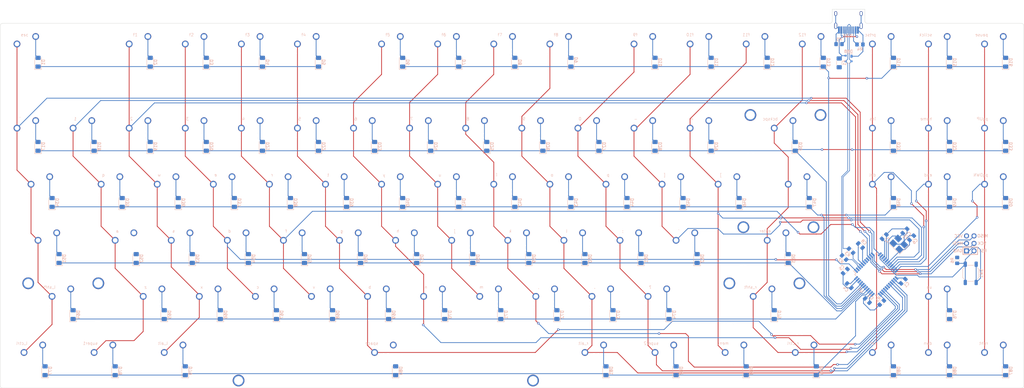
<source format=kicad_pcb>
(kicad_pcb (version 20221018) (generator pcbnew)
  (layers (0 "F.Cu" signal) (31 "B.Cu" signal) (34 "B.Paste" user) (35 "F.Paste" user) (36 "B.SilkS" user "B.Silkscreen") (37 "F.SilkS" user "F.Silkscreen") (38 "B.Mask" user) (39 "F.Mask" user) (44 "Edge.Cuts" user))
  (net 0 "")
  (net 1 "Row0")
  (net 2 "Net-(D1-A)")
  (net 3 "Row1")
  (net 4 "Net-(D2-A)")
  (net 5 "Row2")
  (net 6 "Net-(D3-A)")
  (net 7 "Row3")
  (net 8 "Net-(D4-A)")
  (net 9 "Row4")
  (net 10 "Net-(D5-A)")
  (net 11 "Row5")
  (net 12 "Net-(D6-A)")
  (net 13 "RESET")
  (net 14 "Net-(D7-A)")
  (net 15 "Col0")
  (net 16 "Net-(D8-A)")
  (net 17 "Col2")
  (net 18 "Net-(D9-A)")
  (net 19 "Col3")
  (net 20 "Col4")
  (net 21 "Net-(D11-A)")
  (net 22 "Col5")
  (net 23 "Net-(D12-A)")
  (net 24 "Col7")
  (net 25 "Net-(D13-A)")
  (net 26 "Col8")
  (net 27 "Net-(D14-A)")
  (net 28 "Col9")
  (net 29 "Net-(D15-A)")
  (net 30 "Col10")
  (net 31 "Net-(D16-A)")
  (net 32 "Col11")
  (net 33 "Net-(D17-A)")
  (net 34 "Col12")
  (net 35 "Net-(D18-A)")
  (net 36 "Col13")
  (net 37 "Net-(D19-A)")
  (net 38 "Col14")
  (net 39 "Net-(D20-A)")
  (net 40 "Col15")
  (net 41 "Net-(D21-A)")
  (net 42 "Col16")
  (net 43 "Net-(D22-A)")
  (net 44 "Net-(D23-A)")
  (net 45 "Col1")
  (net 46 "Net-(D24-A)")
  (net 47 "Col6")
  (net 48 "Net-(D25-A)")
  (net 49 "Net-(D26-A)")
  (net 50 "D-")
  (net 51 "Net-(D27-A)")
  (net 52 "Net-(USB1-CC2)")
  (net 53 "Net-(D28-A)")
  (net 54 "Net-(USB1-CC1)")
  (net 55 "Net-(D29-A)")
  (net 57 "Net-(D30-A)")
  (net 59 "Net-(D31-A)")
  (net 60 "Net-(D32-A)")
  (net 61 "Net-(D33-A)")
  (net 62 "Net-(D34-A)")
  (net 63 "Net-(D35-A)")
  (net 64 "Net-(D36-A)")
  (net 65 "Net-(D37-A)")
  (net 66 "Net-(D38-A)")
  (net 67 "Net-(D39-A)")
  (net 68 "Net-(D40-A)")
  (net 69 "Net-(D41-A)")
  (net 70 "Net-(D42-A)")
  (net 71 "Net-(D43-A)")
  (net 72 "Net-(D44-A)")
  (net 73 "Net-(D45-A)")
  (net 74 "Net-(D46-A)")
  (net 75 "Net-(D47-A)")
  (net 76 "Net-(D48-A)")
  (net 77 "Net-(D49-A)")
  (net 78 "Net-(D50-A)")
  (net 79 "Net-(D51-A)")
  (net 80 "Net-(D52-A)")
  (net 81 "Net-(D53-A)")
  (net 82 "Net-(D54-A)")
  (net 83 "Net-(D55-A)")
  (net 84 "Net-(D56-A)")
  (net 85 "Net-(D57-A)")
  (net 86 "Net-(D58-A)")
  (net 87 "Net-(D59-A)")
  (net 88 "Net-(D60-A)")
  (net 89 "Net-(D61-A)")
  (net 90 "Net-(D62-A)")
  (net 91 "Net-(D63-A)")
  (net 92 "Net-(D64-A)")
  (net 93 "Net-(D65-A)")
  (net 94 "Net-(D66-A)")
  (net 95 "Net-(D67-A)")
  (net 96 "Net-(D68-A)")
  (net 97 "Net-(D69-A)")
  (net 98 "Net-(D70-A)")
  (net 99 "Net-(D71-A)")
  (net 100 "Net-(D72-A)")
  (net 101 "Net-(D73-A)")
  (net 102 "Net-(D74-A)")
  (net 103 "Net-(D75-A)")
  (net 104 "Net-(D76-A)")
  (net 105 "Net-(D77-A)")
  (net 106 "Net-(D78-A)")
  (net 107 "Net-(D79-A)")
  (net 108 "Net-(D80-A)")
  (net 109 "Net-(D81-A)")
  (net 110 "Net-(D82-A)")
  (net 111 "Net-(D83-A)")
  (net 112 "Net-(D84-A)")
  (net 113 "Net-(D85-A)")
  (net 114 "Net-(D86-A)")
  (net 115 "Net-(D87-A)")
  (net 116 "+5V")
  (net 117 "DN")
  (net 118 "DP")
  (net 119 "VCC")
  (net 120 "D+")
  (net 121 "Net-(U1-UCAP)")
  (net 123 "XTAL2")
  (net 124 "XTAL1")
  (net 126 "Net-(U1-~{HWB}{slash}PE2)")
  (net 128 "Net-(D10-A)")
  (footprint "PCM_marbastlib-mx:SW_MX_1u" (layer "F.Cu") (at 249.2375 100.0125)
    (fp_text reference "MX62" hide)
    (fp_text value "'" hide)
  )
  (footprint "PCM_marbastlib-mx:SW_MX_1u" (layer "F.Cu") (at 354.0125 80.9625)
    (fp_text reference "MX50" hide)
    (fp_text value "pgDWN" hide)
  )
  (footprint "PCM_marbastlib-mx:SW_MX_1u" (layer "F.Cu") (at 187.325 80.9625)
    (fp_text reference "MX42" hide)
    (fp_text value "i" hide)
  )
  (footprint "PCM_marbastlib-mx:SW_MX_1.25u" (layer "F.Cu") (at 242.09375 138.1125)
    (fp_text reference "MX82" hide)
    (fp_text value "super2" hide)
  )
  (footprint "PCM_marbastlib-mx:STAB_MX_P_6.25u" (layer "F.Cu") (at 146.84375 138.1125 180)
    (fp_text reference "S5" hide)
    (fp_text value "MX_stab")
  )
  (footprint "PCM_marbastlib-mx:SW_MX_1u" (layer "F.Cu") (at 234.95 33.3375)
    (fp_text reference "MX10" hide)
    (fp_text value "f9" hide)
  )
  (footprint "PCM_marbastlib-mx:SW_MX_1u" (layer "F.Cu") (at 280.19375 100.0125)
    (fp_text reference "MX63" hide)
    (fp_text value "enter" hide)
  )
  (footprint "PCM_marbastlib-mx:SW_MX_1u" (layer "F.Cu") (at 334.9625 119.0625)
    (fp_text reference "MX76" hide)
    (fp_text value "up" hide)
  )
  (footprint "PCM_marbastlib-mx:STAB_MX_P_2u" (layer "F.Cu") (at 282.575 61.9125)
    (fp_text reference "S1" hide)
    (fp_text value "MX_stab")
  )
  (footprint "PCM_marbastlib-mx:SW_MX_1u" (layer "F.Cu") (at 96.8375 100.0125)
    (fp_text reference "MX54" hide)
    (fp_text value "d" hide)
  )
  (footprint "PCM_marbastlib-mx:SW_MX_1u" (layer "F.Cu") (at 354.0125 33.3375)
    (fp_text reference "MX16" hide)
    (fp_text value "pause" hide)
  )
  (footprint "PCM_marbastlib-mx:SW_MX_1.25u" (layer "F.Cu") (at 27.78125 138.1125)
    (fp_text reference "MX77" hide)
    (fp_text value "l_ctrl" hide)
  )
  (footprint "PCM_marbastlib-mx:SW_MX_1u" (layer "F.Cu") (at 254 61.9125)
    (fp_text reference "MX29" hide)
    (fp_text value "=" hide)
  )
  (footprint "PCM_marbastlib-mx:SW_MX_1u" (layer "F.Cu") (at 63.5 61.9125)
    (fp_text reference "MX19" hide)
    (fp_text value "2" hide)
  )
  (footprint "PCM_marbastlib-mx:SW_MX_1u" (layer "F.Cu") (at 63.5 33.3375)
    (fp_text reference "MX2" hide)
    (fp_text value "f1" hide)
  )
  (footprint "PCM_marbastlib-mx:SW_MX_1u" (layer "F.Cu") (at 134.9375 100.0125)
    (fp_text reference "MX56" hide)
    (fp_text value "g" hide)
  )
  (footprint "PCM_marbastlib-mx:SW_MX_1u" (layer "F.Cu") (at 187.325 33.3375)
    (fp_text reference "MX8" hide)
    (fp_text value "f7" hide)
  )
  (footprint "PCM_marbastlib-mx:SW_MX_1u" (layer "F.Cu") (at 211.1375 100.0125)
    (fp_text reference "MX60" hide)
    (fp_text value "l" hide)
  )
  (footprint "PCM_marbastlib-mx:SW_MX_1u" (layer "F.Cu") (at 230.1875 100.0125)
    (fp_text reference "MX61" hide)
    (fp_text value ";" hide)
  )
  (footprint "PCM_marbastlib-mx:SW_MX_1u" (layer "F.Cu") (at 254 33.3375)
    (fp_text reference "MX11" hide)
    (fp_text value "f10" hide)
  )
  (footprint "PCM_marbastlib-mx:SW_MX_1u" (layer "F.Cu") (at 125.4125 119.0625)
    (fp_text reference "MX68" hide)
    (fp_text value "v" hide)
  )
  (footprint "PCM_marbastlib-mx:STAB_MX_P_2.25u" (layer "F.Cu") (at 37.30625 119.0625)
    (fp_text reference "S3" hide)
    (fp_text value "MX_stab")
  )
  (footprint "PCM_marbastlib-mx:SW_MX_1u" (layer "F.Cu") (at 37.30625 119.0625)
    (fp_text reference "MX64" hide)
    (fp_text value "l_shft" hide)
  )
  (footprint "PCM_marbastlib-mx:SW_MX_1u" (layer "F.Cu") (at 53.975 80.9625)
    (fp_text reference "MX35" hide)
    (fp_text value "q" hide)
  )
  (footprint "PCM_marbastlib-mx:SW_MX_1u" (layer "F.Cu") (at 77.7875 100.0125)
    (fp_text reference "MX53" hide)
    (fp_text value "s" hide)
  )
  (footprint "PCM_marbastlib-mx:SW_MX_1u" (layer "F.Cu") (at 196.85 61.9125)
    (fp_text reference "MX26" hide)
    (fp_text value "9" hide)
  )
  (footprint "PCM_marbastlib-mx:SW_MX_1u" (layer "F.Cu") (at 282.575 61.9125)
    (fp_text reference "MX30" hide)
    (fp_text value "bckspc" hide)
  )
  (footprint "PCM_marbastlib-mx:SW_MX_1u" (layer "F.Cu") (at 168.275 80.9625)
    (fp_text reference "MX41" hide)
    (fp_text value "u" hide)
  )
  (footprint "PCM_marbastlib-mx:SW_MX_1u" (layer "F.Cu") (at 234.95 61.9125)
    (fp_text reference "MX28" hide)
    (fp_text value "-" hide)
  )
  (footprint "PCM_marbastlib-mx:SW_MX_1u" (layer "F.Cu") (at 163.5125 119.0625)
    (fp_text reference "MX70" hide)
    (fp_text value "n" hide)
  )
  (footprint "PCM_marbastlib-mx:SW_MX_1u" (layer "F.Cu") (at 334.9625 61.9125)
    (fp_text reference "MX32" hide)
    (fp_text value "home" hide)
  )
  (footprint "PCM_marbastlib-mx:SW_MX_1u" (layer "F.Cu") (at 182.5625 119.0625)
    (fp_text reference "MX71" hide)
    (fp_text value "m" hide)
  )
  (footprint "PCM_marbastlib-mx:SW_MX_1u" (layer "F.Cu") (at 92.075 80.9625)
    (fp_text reference "MX37" hide)
    (fp_text value "e" hide)
  )
  (footprint "PCM_marbastlib-mx:SW_MX_1u" (layer "F.Cu") (at 139.7 61.9125)
    (fp_text reference "MX23" hide)
    (fp_text value "6" hide)
  )
  (footprint "PCM_marbastlib-mx:SW_MX_1.25u" (layer "F.Cu") (at 51.59375 138.1125)
    (fp_text reference "MX78" hide)
    (fp_text value "super1" hide)
  )
  (footprint "PCM_marbastlib-mx:SW_MX_1u" (layer "F.Cu") (at 220.6625 119.0625)
    (fp_text reference "MX73" hide)
    (fp_text value "." hide)
  )
  (footprint "PCM_marbastlib-mx:SW_MX_1u" (layer "F.Cu") (at 315.9125 33.3375)
    (fp_text reference "MX14" hide)
    (fp_text value "prtsc" hide)
  )
  (footprint "PCM_marbastlib-mx:SW_MX_1u" (layer "F.Cu") (at 73.025 80.9625)
    (fp_text reference "MX36" hide)
    (fp_text value "w" hide)
  )
  (footprint "PCM_marbastlib-mx:SW_MX_1.75u" (layer "F.Cu") (at 32.54375 100.0125)
    (fp_text reference "MX51" hide)
    (fp_text value "capslck" hide)
  )
  (footprint "PCM_marbastlib-mx:SW_MX_1u" (layer "F.Cu") (at 263.525 80.9625)
    (fp_text reference "MX46" hide)
    (fp_text value "]" hide)
  )
  (footprint "PCM_marbastlib-mx:SW_MX_1.25u" (layer "F.Cu") (at 289.71875 138.1125)
    (fp_text reference "MX84" hide)
    (fp_text value "r_ctrl" hide)
  )
  (footprint "PCM_marbastlib-mx:SW_MX_1u" (layer "F.Cu") (at 206.375 80.9625)
    (fp_text reference "MX43" hide)
    (fp_text value "o" hide)
  )
  (footprint "PCM_marbastlib-mx:SW_MX_1u" (layer "F.Cu") (at 101.6 61.9125)
    (fp_text reference "MX21" hide)
    (fp_text value "4" hide)
  )
  (footprint "PCM_marbastlib-mx:SW_MX_1u" (layer "F.Cu") (at 130.175 80.9625)
    (fp_text reference "MX39" hide)
    (fp_text value "t" hide)
  )
  (footprint "PCM_marbastlib-mx:SW_MX_1.25u" (layer "F.Cu") (at 75.40625 138.1125)
    (fp_text reference "MX79" hide)
    (fp_text value "l_alt" hide)
  )
  (footprint "PCM_marbastlib-mx:SW_MX_1u" (layer "F.Cu") (at 44.45 61.9125)
    (fp_text reference "MX18" hide)
    (fp_text value "1" hide)
  )
  (footprint "PCM_marbastlib-mx:SW_MX_1u" (layer "F.Cu") (at 68.2625 119.0625)
    (fp_text reference "MX65" hide)
    (fp_text value "z" hide)
  )
  (footprint "PCM_marbastlib-mx:SW_MX_1u" (layer "F.Cu") (at 315.9125 80.9625)
    (fp_text reference "MX48" hide)
    (fp_text value "del" hide)
  )
  (footprint "PCM_marbastlib-mx:SW_MX_1u" (layer "F.Cu") (at 158.75 61.9125)
    (fp_text reference "MX24" hide)
    (fp_text value "7" hide)
  )
  (footprint "PCM_marbastlib-mx:SW_MX_1u" (layer "F.Cu") (at 168.275 33.3375)
    (fp_text reference "MX7" hide)
    (fp_text value "f6" hide)
  )
  (footprint "PCM_marbastlib-mx:SW_MX_1u" (layer "F.Cu") (at 25.4 33.3375)
    (fp_text reference "MX1" hide)
    (fp_text value "esc" hide)
  )
  (footprint "PCM_marbastlib-mx:SW_MX_1u" (layer "F.Cu") (at 275.43125 119.0625)
    (fp_text reference "MX75" hide)
    (fp_text value "r_shft" hide)
  )
  (footprint "PCM_marbastlib-mx:SW_MX_1u" (layer "F.Cu") (at 215.9 61.9125)
    (fp_text reference "MX27" hide)
    (fp_text value "0" hide)
  )
  (footprint "PCM_marbastlib-mx:SW_MX_1u" (layer "F.Cu") (at 58.7375 100.0125)
    (fp_text reference "MX52" hide)
    (fp_text value "a" hide)
  )
  (footprint "PCM_marbastlib-mx:SW_MX_1u" (layer "F.Cu") (at 144.4625 119.0625)
    (fp_text reference "MX69" hide)
    (fp_text value "b" hide)
  )
  (footprint "PCM_marbastlib-mx:SW_MX_1u" (layer "F.Cu") (at 146.84375 138.1125)
    (fp_text reference "MX80" hide)
    (fp_text value "space" hide)
  )
  (footprint "PCM_marbastlib-mx:STAB_MX_P_2.75u" (layer "F.Cu") (at 275.43125 119.0625)
    (fp_text reference "S4" hide)
    (fp_text value "MX_stab")
  )
  (footprint "PCM_marbastlib-mx:SW_MX_1u" (layer "F.Cu") (at 106.3625 119.0625)
    (fp_text reference "MX67" hide)
    (fp_text value "c" hide)
  )
  (footprint "PCM_marbastlib-mx:SW_MX_1u" (layer "F.Cu") (at 192.0875 100.0125)
    (fp_text reference "MX59" hide)
    (fp_text value "k" hide)
  )
  (footprint "PCM_marbastlib-mx:SW_MX_1u" (layer "F.Cu") (at 25.4 61.9125)
    (fp_text reference "MX17" hide)
    (fp_text value "`" hide)
  )
  (footprint "PCM_marbastlib-mx:SW_MX_1u" (layer "F.Cu") (at 239.7125 119.0625)
    (fp_text reference "MX74" hide)
    (fp_text value "?" hide)
  )
  (footprint "PCM_marbastlib-mx:SW_MX_1u" (layer "F.Cu") (at 315.9125 61.9125)
    (fp_text reference "MX31" hide)
    (fp_text value "ins" hide)
  )
  (footprint "PCM_marbastlib-mx:STAB_MX_P_2.25u" (layer "F.Cu") (at 280.19375 100.0125)
    (fp_text reference "S2" hide)
    (fp_text value "MX_stab")
  )
  (footprint "PCM_marbastlib-mx:SW_MX_1u" (layer "F.Cu") (at 292.1 33.3375)
    (fp_text reference "MX13" hide)
    (fp_text value "f12" hide)
  )
  (footprint "PCM_marbastlib-mx:SW_MX_1u" (layer "F.Cu") (at 149.225 33.3375)
    (fp_text reference "MX6" hide)
    (fp_text value "f5" hide)
  )
  (footprint "PCM_marbastlib-mx:SW_MX_1u" (layer "F.Cu") (at 149.225 80.9625)
    (fp_text reference "MX40" hide)
    (fp_text value "y" hide)
  )
  (footprint "PCM_marbastlib-mx:SW_MX_1.25u" (layer "F.Cu") (at 218.28125 138.1125)
    (fp_text reference "MX81" hide)
    (fp_text value "r_alt" hide)
  )
  (footprint "PCM_marbastlib-mx:SW_MX_1u" (layer "F.Cu") (at 273.05 33.3375)
    (fp_text reference "MX12" hide)
    (fp_text value "f11" hide)
  )
  (footprint "PCM_marbastlib-mx:SW_MX_1u" (layer "F.Cu") (at 201.6125 119.0625)
    (fp_text reference "MX72" hide)
    (fp_text value "," hide)
  )
  (footprint "PCM_marbastlib-mx:SW_MX_1u" (layer "F.Cu") (at 206.375 33.3375)
    (fp_text reference "MX9" hide)
    (fp_text value "f8" hide)
  )
  (footprint "PCM_marbastlib-mx:SW_MX_1u" (layer "F.Cu") (at 87.3125 119.0625)
    (fp_text reference "MX66" hide)
    (fp_text value "x" hide)
  )
  (footprint "PCM_marbastlib-mx:SW_MX_1u" (layer "F.Cu") (at 173.0375 100.0125)
    (fp_text reference "MX58" hide)
    (fp_text value "j" hide)
  )
  (footprint "PCM_marbastlib-mx:SW_MX_1u" (layer "F.Cu") (at 354.0125 138.1125)
    (fp_text reference "MX87" hide)
    (fp_text value "rght" hide)
  )
  (footprint "PCM_marbastlib-mx:SW_MX_1u" (layer "F.Cu") (at 101.6 33.3375)
    (fp_text reference "MX4" hide)
    (fp_text value "f3" hide)
  )
  (footprint "PCM_marbastlib-mx:SW_MX_1u" (layer "F.Cu") (at 82.55 33.3375)
    (fp_text reference "MX3" hide)
    (fp_text value "f2" hide)
  )
  (footprint "PCM_marbastlib-mx:SW_MX_1.5u" (layer "F.Cu") (at 30.1625 80.9625)
    (fp_text reference "MX34" hide)
    (fp_text value "tab" hide)
  )
  (footprint "PCM_marbastlib-mx:SW_MX_1u" (layer "F.Cu") (at 315.9125 138.1125)
    (fp_text reference "MX85" hide)
    (fp_text value "left" hide)
  )
  (footprint "PCM_marbastlib-mx:SW_MX_1u" (layer "F.Cu") (at 334.9625 80.9625)
    (fp_text reference "MX49" hide)
    (fp_text value "end" hide)
  )
  (footprint "PCM_marbastlib-mx:SW_MX_1u" (layer "F.Cu") (at 120.65 33.3375)
    (fp_text reference "MX5" hide)
    (fp_text value "f4" hide)
  )
  (footprint "PCM_marbastlib-mx:SW_MX_1.25u" (layer "F.Cu") (at 265.90625 138.1125)
    (fp_text reference "MX83" hide)
    (fp_text value "menu" hide)
  )
  (footprint "PCM_marbastlib-mx:SW_MX_1u" (layer "F.Cu") (at 244.475 80.9625)
    (fp_text reference "MX45" hide)
    (fp_text value "[" hide)
  )
  (footprint "PCM_marbastlib-mx:SW_MX_1u" (layer "F.Cu") (at 225.425 80.9625)
    (fp_text reference "MX44" hide)
    (fp_text value "p" hide)
  )
  (footprint "PCM_marbastlib-mx:SW_MX_1u" (layer "F.Cu") (at 111.125 80.9625)
    (fp_text reference "MX38" hide)
    (fp_text value "r" hide)
  )
  (footprint "PCM_marbastlib-mx:SW_MX_1u" (layer "F.Cu") (at 153.9875 100.0125)
    (fp_text reference "MX57" hide)
    (fp_text value "h" hide)
  )
  (footprint "PCM_marbastlib-mx:SW_MX_1u" (layer "F.Cu") (at 120.65 61.9125)
    (fp_text reference "MX22" hide)
    (fp_text value "5" hide)
  )
  (footprint "PCM_marbastlib-mx:SW_MX_1u" (layer "F.Cu") (at 177.8 61.9125)
    (fp_text reference "MX25" hide)
    (fp_text value "8" hide)
  )
  (footprint "PCM_marbastlib-mx:SW_MX_1u" (layer "F.Cu") (at 334.9625 33.3375)
    (fp_text reference "MX15" hide)
    (fp_text value "scllck" hide)
  )
  (footprint "PCM_marbastlib-mx:SW_MX_1u" (layer "F.Cu") (at 354.0125 61.9125)
    (fp_text reference "MX33" hide)
    (fp_text value "pgUP" hide)
  )
  (footprint "PCM_marbastlib-mx:SW_MX_1u" (layer "F.Cu") (at 115.8875 100.0125)
    (fp_text reference "MX55" hide)
    (fp_text value "f" hide)
  )
  (footprint "PCM_marbastlib-mx:SW_MX_1u" (layer "F.Cu") (at 82.55 61.9125)
    (fp_text reference "MX20" hide)
    (fp_text value "3" hide)
  )
  (footprint "PCM_marbastlib-mx:SW_MX_1.5u" (layer "F.Cu") (at 287.3375 80.9625)
    (fp_text reference "MX47" hide)
    (fp_text value "\\" hide)
  )
  (footprint "PCM_marbastlib-mx:SW_MX_1u" (layer "F.Cu") (at 334.9625 138.1125)
    (fp_text reference "MX86" hide)
    (fp_text value "dwn" hide)
  )
  (footprint "Diode_SMD:D_1206_3216Metric_Pad1.42x1.75mm_HandSolder" (layer "B.Cu") (at 47.78375 65.56375 90)
    (fp_text reference "D18")
    (fp_text value "1N4148")
  )
  (footprint "Diode_SMD:D_1206_3216Metric_Pad1.42x1.75mm_HandSolder" (layer "B.Cu") (at 138.27125 103.66375 90)
    (fp_text reference "D56")
    (fp_text value "1N4148")
  )
  (footprint "Resistor_SMD:R_0805_2012Metric_Pad1.20x1.40mm_HandSolder" (layer "B.Cu") (at 300.7725 30.84375 180)
    (fp_text reference "R5")
    (fp_text value "5.1K")
  )
  (footprint "Diode_SMD:D_1206_3216Metric_Pad1.42x1.75mm_HandSolder" (layer "B.Cu") (at 31.115 141.76375 90)
    (fp_text reference "D77")
    (fp_text value "1N4148")
  )
  (footprint "Diode_SMD:D_1206_3216Metric_Pad1.42x1.75mm_HandSolder" (layer "B.Cu") (at 204.94625 122.71375 90)
    (fp_text reference "D72")
    (fp_text value "1N4148")
  )
  (footprint "Diode_SMD:D_1206_3216Metric_Pad1.42x1.75mm_HandSolder" (layer "B.Cu") (at 78.74 141.76375 90)
    (fp_text reference "D79")
    (fp_text value "1N4148")
  )
  (footprint "Diode_SMD:D_1206_3216Metric_Pad1.42x1.75mm_HandSolder" (layer "B.Cu") (at 319.24625 65.56375 90)
    (fp_text reference "D31")
    (fp_text value "1N4148")
  )
  (footprint "Diode_SMD:D_1206_3216Metric_Pad1.42x1.75mm_HandSolder" (layer "B.Cu") (at 143.03375 65.56375 90)
    (fp_text reference "D23")
    (fp_text value "1N4148")
  )
  (footprint "Diode_SMD:D_1206_3216Metric_Pad1.42x1.75mm_HandSolder" (layer "B.Cu") (at 219.23375 65.56375 90)
    (fp_text reference "D27")
    (fp_text value "1N4148")
  )
  (footprint "Package_QFP:TQFP-44_10x10mm_P0.8mm" (layer "B.Cu") (at 313.417976 109.091841 -45)
    (fp_text reference "U1")
    (fp_text value "ATmega32U4-A")
  )
  (footprint "Capacitor_SMD:C_0805_2012Metric_Pad1.18x1.45mm_HandSolder" (layer "B.Cu") (at 310.381836 117.935095 135)
    (fp_text reference "C3")
    (fp_text value "0.1u")
  )
  (footprint "Diode_SMD:D_1206_3216Metric_Pad1.42x1.75mm_HandSolder" (layer "B.Cu") (at 209.70875 84.61375 90)
    (fp_text reference "D43")
    (fp_text value "1N4148")
  )
  (footprint "Diode_SMD:D_1206_3216Metric_Pad1.42x1.75mm_HandSolder" (layer "B.Cu") (at 269.24 141.76375 90)
    (fp_text reference "D83")
    (fp_text value "1N4148")
  )
  (footprint "Diode_SMD:D_1206_3216Metric_Pad1.42x1.75mm_HandSolder" (layer "B.Cu") (at 128.74625 122.71375 90)
    (fp_text reference "D68")
    (fp_text value "1N4148")
  )
  (footprint "Diode_SMD:D_1206_3216Metric_Pad1.42x1.75mm_HandSolder" (layer "B.Cu") (at 319.24625 141.76375 90)
    (fp_text reference "D85")
    (fp_text value "1N4148")
  )
  (footprint "Capacitor_SMD:C_0805_2012Metric_Pad1.18x1.45mm_HandSolder" (layer "B.Cu") (at 325.433624 96.628158 45)
    (fp_text reference "C6")
    (fp_text value "22pF")
  )
  (footprint "Diode_SMD:D_1206_3216Metric_Pad1.42x1.75mm_HandSolder" (layer "B.Cu") (at 190.65875 84.61375 90)
    (fp_text reference "D42")
    (fp_text value "1N4148")
  )
  (footprint "Resistor_SMD:R_0805_2012Metric_Pad1.20x1.40mm_HandSolder" (layer "B.Cu") (at 340.9 104.3 -90)
    (fp_text reference "R6")
    (fp_text value "10k")
  )
  (footprint "Diode_SMD:D_1206_3216Metric_Pad1.42x1.75mm_HandSolder" (layer "B.Cu") (at 35.8775 103.66375 90)
    (fp_text reference "D51")
    (fp_text value "1N4148")
  )
  (footprint "Diode_SMD:D_1206_3216Metric_Pad1.42x1.75mm_HandSolder" (layer "B.Cu") (at 28.73375 36.98875 90)
    (fp_text reference "D1")
    (fp_text value "1N4148")
  )
  (footprint "Diode_SMD:D_1206_3216Metric_Pad1.42x1.75mm_HandSolder" (layer "B.Cu") (at 40.64 122.71375 90)
    (fp_text reference "D64")
    (fp_text value "1N4148")
  )
  (footprint "random-keyboard-parts:Reset_Pretty-Mask" (layer "B.Cu") (at 345.345 98.52125 180)
    (fp_text reference "J1")
    (fp_text value "AVR-ISP-6")
  )
  (footprint "Diode_SMD:D_1206_3216Metric_Pad1.42x1.75mm_HandSolder" (layer "B.Cu") (at 28.73375 65.56375 90)
    (fp_text reference "D17")
    (fp_text value "1N4148")
  )
  (footprint "Diode_SMD:D_1206_3216Metric_Pad1.42x1.75mm_HandSolder" (layer "B.Cu") (at 57.30875 84.61375 90)
    (fp_text reference "D35")
    (fp_text value "1N4148")
  )
  (footprint "Diode_SMD:D_1206_3216Metric_Pad1.42x1.75mm_HandSolder" (layer "B.Cu") (at 181.13375 65.56375 90)
    (fp_text reference "D25")
    (fp_text value "1N4148")
  )
  (footprint "Diode_SMD:D_1206_3216Metric_Pad1.42x1.75mm_HandSolder" (layer "B.Cu") (at 95.40875 84.61375 90)
    (fp_text reference "D37")
    (fp_text value "1N4148")
  )
  (footprint "Diode_SMD:D_1206_3216Metric_Pad1.42x1.75mm_HandSolder" (layer "B.Cu") (at 290.67125 84.61375 90)
    (fp_text reference "D47")
    (fp_text value "1N4148")
  )
  (footprint "Diode_SMD:D_1206_3216Metric_Pad1.42x1.75mm_HandSolder" (layer "B.Cu") (at 33.49625 84.61375 90)
    (fp_text reference "D34")
    (fp_text value "1N4148")
  )
  (footprint "Diode_SMD:D_1206_3216Metric_Pad1.42x1.75mm_HandSolder" (layer "B.Cu") (at 247.80875 84.61375 90)
    (fp_text reference "D45")
    (fp_text value "1N4148")
  )
  (footprint "Capacitor_SMD:C_0805_2012Metric_Pad1.18x1.45mm_HandSolder" (layer "B.Cu") (at 323.153205 94.312385 45)
    (fp_text reference "C7")
    (fp_text value "22pF")
  )
  (footprint "Diode_SMD:D_1206_3216Metric_Pad1.42x1.75mm_HandSolder" (layer "B.Cu") (at 293.0525 141.76375 90)
    (fp_text reference "D84")
    (fp_text value "1N4148")
  )
  (footprint "Diode_SMD:D_1206_3216Metric_Pad1.42x1.75mm_HandSolder" (layer "B.Cu") (at 338.29625 84.61375 90)
    (fp_text reference "D49")
    (fp_text value "1N4148")
  )
  (footprint "Diode_SMD:D_1206_3216Metric_Pad1.42x1.75mm_HandSolder" (layer "B.Cu") (at 221.615 141.76375 90)
    (fp_text reference "D81")
    (fp_text value "1N4148")
  )
  (footprint "Diode_SMD:D_1206_3216Metric_Pad1.42x1.75mm_HandSolder" (layer "B.Cu") (at 223.99625 122.71375 90)
    (fp_text reference "D73")
    (fp_text value "1N4148")
  )
  (footprint "Diode_SMD:D_1206_3216Metric_Pad1.42x1.75mm_HandSolder" (layer "B.Cu") (at 233.52125 103.66375 90)
    (fp_text reference "D61")
    (fp_text value "1N4148")
  )
  (footprint "Diode_SMD:D_1206_3216Metric_Pad1.42x1.75mm_HandSolder" (layer "B.Cu") (at 190.65875 36.98875 90)
    (fp_text reference "D8")
    (fp_text value "1N4148")
  )
  (footprint "Diode_SMD:D_1206_3216Metric_Pad1.42x1.75mm_HandSolder" (layer "B.Cu") (at 338.29625 36.98875 90)
    (fp_text reference "D15")
    (fp_text value "1N4148")
  )
  (footprint "Diode_SMD:D_1206_3216Metric_Pad1.42x1.75mm_HandSolder" (layer "B.Cu") (at 357.34625 65.56375 90)
    (fp_text reference "D33")
    (fp_text value "1N4148")
  )
  (footprint "Diode_SMD:D_1206_3216Metric_Pad1.42x1.75mm_HandSolder" (layer "B.Cu") (at 245.4275 141.76375 90)
    (fp_text reference "D82")
    (fp_text value "1N4148")
  )
  (footprint "Diode_SMD:D_1206_3216Metric_Pad1.42x1.75mm_HandSolder" (layer "B.Cu") (at 104.93375 36.98875 90)
    (fp_text reference "D4")
    (fp_text value "1N4148")
  )
  (footprint "Capacitor_SMD:C_0805_2012Metric_Pad1.18x1.45mm_HandSolder" (layer "B.Cu") (at 316.117719 96.258561 45)
    (fp_text reference "C2")
    (fp_text value "0.1u")
  )
  (footprint "Diode_SMD:D_1206_3216Metric_Pad1.42x1.75mm_HandSolder" (layer "B.Cu") (at 357.34625 36.98875 90)
    (fp_text reference "D16")
    (fp_text value "1N4148")
  )
  (footprint "Crystal:Crystal_SMD_3225-4Pin_3.2x2.5mm_HandSoldering" (layer "B.Cu") (at 321.0584 98.696446 135)
    (fp_text reference "Y1")
    (fp_text value "~" hide)
  )
  (footprint "Fuse:Fuse_1206_3216Metric_Pad1.42x1.75mm_HandSolder" (layer "B.Cu") (at 300.83125 37.20625 90)
    (fp_text reference "F1")
    (fp_text value "500m")
  )
  (footprint "Diode_SMD:D_1206_3216Metric_Pad1.42x1.75mm_HandSolder" (layer "B.Cu") (at 66.83375 36.98875 90)
    (fp_text reference "D2")
    (fp_text value "1N4148")
  )
  (footprint "Diode_SMD:D_1206_3216Metric_Pad1.42x1.75mm_HandSolder" (layer "B.Cu") (at 152.55875 36.98875 90)
    (fp_text reference "D6")
    (fp_text value "1N4148")
  )
  (footprint "Diode_SMD:D_1206_3216Metric_Pad1.42x1.75mm_HandSolder" (layer "B.Cu") (at 252.57125 103.66375 90)
    (fp_text reference "D62")
    (fp_text value "1N4148")
  )
  (footprint "Diode_SMD:D_1206_3216Metric_Pad1.42x1.75mm_HandSolder" (layer "B.Cu") (at 100.17125 103.66375 90)
    (fp_text reference "D54")
    (fp_text value "1N4148")
  )
  (footprint "Diode_SMD:D_1206_3216Metric_Pad1.42x1.75mm_HandSolder" (layer "B.Cu") (at 338.29625 65.56375 90)
    (fp_text reference "D32")
    (fp_text value "1N4148")
  )
  (footprint "Diode_SMD:D_1206_3216Metric_Pad1.42x1.75mm_HandSolder" (layer "B.Cu") (at 266.85875 84.61375 90)
    (fp_text reference "D46")
    (fp_text value "1N4148")
  )
  (footprint "Diode_SMD:D_1206_3216Metric_Pad1.42x1.75mm_HandSolder" (layer "B.Cu") (at 214.47125 103.66375 90)
    (fp_text reference "D60")
    (fp_text value "1N4148")
  )
  (footprint "Capacitor_SMD:C_0805_2012Metric_Pad1.18x1.45mm_HandSolder" (layer "B.Cu") (at 304.20791 112.883701 -45)
    (fp_text reference "C4")
    (fp_text value "0.1u")
  )
  (footprint "Diode_SMD:D_1206_3216Metric_Pad1.42x1.75mm_HandSolder" (layer "B.Cu") (at 157.32125 103.66375 90)
    (fp_text reference "D57")
    (fp_text value "1N4148")
  )
  (footprint "Diode_SMD:D_1206_3216Metric_Pad1.42x1.75mm_HandSolder" (layer "B.Cu") (at 185.89625 122.71375 90)
    (fp_text reference "D71")
    (fp_text value "1N4148")
  )
  (footprint "Diode_SMD:D_1206_3216Metric_Pad1.42x1.75mm_HandSolder" (layer "B.Cu") (at 338.29625 122.71375 90)
    (fp_text reference "D76")
    (fp_text value "1N4148")
  )
  (footprint "Diode_SMD:D_1206_3216Metric_Pad1.42x1.75mm_HandSolder" (layer "B.Cu") (at 162.08375 65.56375 90)
    (fp_text reference "D24")
    (fp_text value "1N4148")
  )
  (footprint "Diode_SMD:D_1206_3216Metric_Pad1.42x1.75mm_HandSolder" (layer "B.Cu") (at 133.50875 84.61375 90)
    (fp_text reference "D39")
    (fp_text value "1N4148")
  )
  (footprint "Diode_SMD:D_1206_3216Metric_Pad1.42x1.75mm_HandSolder" (layer "B.Cu") (at 150.1775 141.76375 90)
    (fp_text reference "D80")
    (fp_text value "1N4148")
  )
  (footprint "Diode_SMD:D_1206_3216Metric_Pad1.42x1.75mm_HandSolder" (layer "B.Cu") (at 81.12125 103.66375 90)
    (fp_text reference "D53")
    (fp_text value "1N4148")
  )
  (footprint "Diode_SMD:D_1206_3216Metric_Pad1.42x1.75mm_HandSolder" (layer "B.Cu") (at 319.24625 36.98875 90)
    (fp_text reference "D14")
    (fp_text value "1N4148")
  )
  (footprint "Diode_SMD:D_1206_3216Metric_Pad1.42x1.75mm_HandSolder" (layer "B.Cu") (at 171.60875 36.98875 90)
    (fp_text reference "D7")
    (fp_text value "1N4148")
  )
  (footprint "Diode_SMD:D_1206_3216Metric_Pad1.42x1.75mm_HandSolder" (layer "B.Cu") (at 357.34625 84.61375 90)
    (fp_text reference "D50")
    (fp_text value "1N4148")
  )
  (footprint "Package_TO_SOT_SMD:SOT-143" (layer "B.Cu") (at 304.007459 35.725 180)
    (fp_text reference "D88")
    (fp_text value "PRTR5V0U2X")
  )
  (footprint "Diode_SMD:D_1206_3216Metric_Pad1.42x1.75mm_HandSolder" (layer "B.Cu") (at 171.60875 84.61375 90)
    (fp_text reference "D41")
    (fp_text value "1N4148")
  )
  (footprint "Diode_SMD:D_1206_3216Metric_Pad1.42x1.75mm_HandSolder" (layer "B.Cu") (at 283.5275 103.66375 90)
    (fp_text reference "D63")
    (fp_text value "1N4148")
  )
  (footprint "Diode_SMD:D_1206_3216Metric_Pad1.42x1.75mm_HandSolder" (layer "B.Cu") (at 90.64625 122.71375 90)
    (fp_text reference "D66")
    (fp_text value "1N4148")
  )
  (footprint "Diode_SMD:D_1206_3216Metric_Pad1.42x1.75mm_HandSolder" (layer "B.Cu") (at 257.33375 65.56375 90)
    (fp_text reference "D29")
    (fp_text value "1N4148")
  )
  (footprint "Diode_SMD:D_1206_3216Metric_Pad1.42x1.75mm_HandSolder" (layer "B.Cu") (at 257.33375 36.98875 90)
    (fp_text reference "D11")
    (fp_text value "1N4148")
  )
  (footprint "Capacitor_SMD:C_0805_2012Metric_Pad1.18x1.45mm_HandSolder" (layer "B.Cu") (at 302.890924 107.96047 -135)
    (fp_text reference "C5")
    (fp_text value "10u")
  )
  (footprint "Diode_SMD:D_1206_3216Metric_Pad1.42x1.75mm_HandSolder" (layer "B.Cu") (at 200.18375 65.56375 90)
    (fp_text reference "D26")
    (fp_text value "1N4148")
  )
  (footprint "Diode_SMD:D_1206_3216Metric_Pad1.42x1.75mm_HandSolder" (layer "B.Cu") (at 119.22125 103.66375 90)
    (fp_text reference "D55")
    (fp_text value "1N4148")
  )
  (footprint "Diode_SMD:D_1206_3216Metric_Pad1.42x1.75mm_HandSolder" (layer "B.Cu") (at 152.55875 84.61375 90)
    (fp_text reference "D40")
    (fp_text value "1N4148")
  )
  (footprint "Diode_SMD:D_1206_3216Metric_Pad1.42x1.75mm_HandSolder" (layer "B.Cu") (at 238.28375 36.98875 90)
    (fp_text reference "D10")
    (fp_text value "1N4148")
  )
  (footprint "Diode_SMD:D_1206_3216Metric_Pad1.42x1.75mm_HandSolder" (layer "B.Cu") (at 278.765 122.71375 90)
    (fp_text reference "D75")
    (fp_text value "1N4148")
  )
  (footprint "Diode_SMD:D_1206_3216Metric_Pad1.42x1.75mm_HandSolder" (layer "B.Cu") (at 285.90875 65.56375 90)
    (fp_text reference "D30")
    (fp_text value "1N4148")
  )
  (footprint "Diode_SMD:D_1206_3216Metric_Pad1.42x1.75mm_HandSolder" (layer "B.Cu") (at 76.35875 84.61375 90)
    (fp_text reference "D36")
    (fp_text value "1N4148")
  )
  (footprint "Diode_SMD:D_1206_3216Metric_Pad1.42x1.75mm_HandSolder" (layer "B.Cu") (at 338.29625 141.76375 90)
    (fp_text reference "D86")
    (fp_text value "1N4148")
  )
  (footprint "Diode_SMD:D_1206_3216Metric_Pad1.42x1.75mm_HandSolder" (layer "B.Cu") (at 123.98375 65.56375 90)
    (fp_text reference "D22")
    (fp_text value "1N4148")
  )
  (footprint "Type-C:HRO-TYPE-C-31-M-12-HandSoldering" (layer "B.Cu") (at 303.95875 17.86)
    (fp_text reference "USB1")
    (fp_text value "HRO-TYPE-C-31-M-12")
  )
  (footprint "Diode_SMD:D_1206_3216Metric_Pad1.42x1.75mm_HandSolder" (layer "B.Cu") (at 109.69625 122.71375 90)
    (fp_text reference "D67")
    (fp_text value "1N4148")
  )
  (footprint "Resistor_SMD:R_0805_2012Metric_Pad1.20x1.40mm_HandSolder" (layer "B.Cu") (at 304.844306 101.021984 -45)
    (fp_text reference "R3")
    (fp_text value "22")
  )
  (footprint "Diode_SMD:D_1206_3216Metric_Pad1.42x1.75mm_HandSolder" (layer "B.Cu") (at 357.34625 141.76375 90)
    (fp_text reference "D87")
    (fp_text value "1N4148")
  )
  (footprint "PCM_marbastlib-various:SW_SPST_SKQG_WithStem" (layer "B.Cu") (at 345.5 108.7 90)
    (fp_text reference "SW1")
    (fp_text value "rst")
  )
  (footprint "Diode_SMD:D_1206_3216Metric_Pad1.42x1.75mm_HandSolder" (layer "B.Cu") (at 54.9275 141.76375 90)
    (fp_text reference "D78")
    (fp_text value "1N4148")
  )
  (footprint "Diode_SMD:D_1206_3216Metric_Pad1.42x1.75mm_HandSolder" (layer "B.Cu") (at 228.75875 84.61375 90)
    (fp_text reference "D44")
    (fp_text value "1N4148")
  )
  (footprint "Diode_SMD:D_1206_3216Metric_Pad1.42x1.75mm_HandSolder" (layer "B.Cu") (at 166.84625 122.71375 90)
    (fp_text reference "D70")
    (fp_text value "1N4148")
  )
  (footprint "Diode_SMD:D_1206_3216Metric_Pad1.42x1.75mm_HandSolder" (layer "B.Cu") (at 85.88375 36.98875 90)
    (fp_text reference "D3")
    (fp_text value "1N4148")
  )
  (footprint "Diode_SMD:D_1206_3216Metric_Pad1.42x1.75mm_HandSolder" (layer "B.Cu") (at 295.43375 36.98875 90)
    (fp_text reference "D13")
    (fp_text value "1N4148")
  )
  (footprint "Diode_SMD:D_1206_3216Metric_Pad1.42x1.75mm_HandSolder" (layer "B.Cu") (at 209.70875 36.98875 90)
    (fp_text reference "D9")
    (fp_text value "1N4148")
  )
  (footprint "Diode_SMD:D_1206_3216Metric_Pad1.42x1.75mm_HandSolder" (layer "B.Cu") (at 147.79625 122.71375 90)
    (fp_text reference "D69")
    (fp_text value "1N4148")
  )
  (footprint "Diode_SMD:D_1206_3216Metric_Pad1.42x1.75mm_HandSolder" (layer "B.Cu") (at 62.07125 103.66375 90)
    (fp_text reference "D52")
    (fp_text value "1N4148")
  )
  (footprint "Resistor_SMD:R_0805_2012Metric_Pad1.20x1.40mm_HandSolder" (layer "B.Cu") (at 315.28739 118.642202 -135)
    (fp_text reference "R1")
    (fp_text value "10k")
  )
  (footprint "Diode_SMD:D_1206_3216Metric_Pad1.42x1.75mm_HandSolder" (layer "B.Cu") (at 123.98375 36.98875 90)
    (fp_text reference "D5")
    (fp_text value "1N4148")
  )
  (footprint "Diode_SMD:D_1206_3216Metric_Pad1.42x1.75mm_HandSolder" (layer "B.Cu") (at 104.93375 65.56375 90)
    (fp_text reference "D21")
    (fp_text value "1N4148")
  )
  (footprint "Diode_SMD:D_1206_3216Metric_Pad1.42x1.75mm_HandSolder" (layer "B.Cu") (at 66.83375 65.56375 90)
    (fp_text reference "D19")
    (fp_text value "1N4148")
  )
  (footprint "Diode_SMD:D_1206_3216Metric_Pad1.42x1.75mm_HandSolder" (layer "B.Cu") (at 238.28375 65.56375 90)
    (fp_text reference "D28")
    (fp_text value "1N4148")
  )
  (footprint "Diode_SMD:D_1206_3216Metric_Pad1.42x1.75mm_HandSolder" (layer "B.Cu") (at 176.37125 103.66375 90)
    (fp_text reference "D58")
    (fp_text value "1N4148")
  )
  (footprint "Diode_SMD:D_1206_3216Metric_Pad1.42x1.75mm_HandSolder" (layer "B.Cu") (at 276.38375 36.98875 90)
    (fp_text reference "D12")
    (fp_text value "1N4148")
  )
  (footprint "Diode_SMD:D_1206_3216Metric_Pad1.42x1.75mm_HandSolder" (layer "B.Cu") (at 319.24625 84.61375 90)
    (fp_text reference "D48")
    (fp_text value "1N4148")
  )
  (footprint "Capacitor_SMD:C_0805_2012Metric_Pad1.18x1.45mm_HandSolder" (layer "B.Cu") (at 308.035127 99.278877 135)
    (fp_text reference "C8")
    (fp_text value "1uF")
  )
  (footprint "Resistor_SMD:R_0805_2012Metric_Pad1.20x1.40mm_HandSolder" (layer "B.Cu") (at 302.491409 103.321848 -45)
    (fp_text reference "R2")
    (fp_text value "22")
  )
  (footprint "Diode_SMD:D_1206_3216Metric_Pad1.42x1.75mm_HandSolder" (layer "B.Cu") (at 71.59625 122.71375 90)
    (fp_text reference "D65")
    (fp_text value "1N4148")
  )
  (footprint "Capacitor_SMD:C_0805_2012Metric_Pad1.18x1.45mm_HandSolder" (layer "B.Cu") (at 322.557331 111.37226 45)
    (fp_text reference "C1")
    (fp_text value "0.1u")
  )
  (footprint "Diode_SMD:D_1206_3216Metric_Pad1.42x1.75mm_HandSolder" (layer "B.Cu") (at 85.88375 65.56375 90)
    (fp_text reference "D20")
    (fp_text value "1N4148")
  )
  (footprint "Diode_SMD:D_1206_3216Metric_Pad1.42x1.75mm_HandSolder" (layer "B.Cu") (at 195.42125 103.66375 90)
    (fp_text reference "D59")
    (fp_text value "1N4148")
  )
  (footprint "Resistor_SMD:R_0805_2012Metric_Pad1.20x1.40mm_HandSolder" (layer "B.Cu") (at 307.878751 30.95875)
    (fp_text reference "R4")
    (fp_text value "5.1K")
  )
  (footprint "Diode_SMD:D_1206_3216Metric_Pad1.42x1.75mm_HandSolder" (layer "B.Cu") (at 114.45875 84.61375 90)
    (fp_text reference "D38")
    (fp_text value "1N4148")
  )
  (footprint "Diode_SMD:D_1206_3216Metric_Pad1.42x1.75mm_HandSolder" (layer "B.Cu") (at 243.04625 122.71375 90)
    (fp_text reference "D74")
    (fp_text value "1N4148")
  )
  (gr_arc (start 363.5375 146.84375) (mid 363.305016 147.405016) (end 362.74375 147.6375) (stroke (width 0.1)) (layer "Edge.Cuts"))
  (gr_line (start 363.5375 24.60625) (end 363.5375 146.84375) (stroke (width 0.1)) (layer "Edge.Cuts"))
  (gr_line (start 16.66875 23.8125) (end 297.65625 23.8125) (stroke (width 0.1)) (layer "Edge.Cuts"))
  (gr_arc (start 16.66875 147.6375) (mid 16.107484 147.405016) (end 15.875 146.84375) (stroke (width 0.1)) (layer "Edge.Cuts"))
  (gr_line (start 309.5625 19.05) (end 309.5625 23.01875) (stroke (width 0.1)) (layer "Edge.Cuts"))
  (gr_line (start 298.45 19.05) (end 309.5625 19.05) (stroke (width 0.1)) (layer "Edge.Cuts"))
  (gr_arc (start 15.875 24.60625) (mid 16.107484 24.044984) (end 16.66875 23.8125) (stroke (width 0.1)) (layer "Edge.Cuts"))
  (gr_line (start 310.35625 23.8125) (end 362.74375 23.8125) (stroke (width 0.1)) (layer "Edge.Cuts"))
  (gr_line (start 298.45 23.01875) (end 298.45 19.05) (stroke (width 0.1)) (layer "Edge.Cuts"))
  (gr_line (start 362.74375 147.6375) (end 17.4625 147.6375) (stroke (width 0.1)) (layer "Edge.Cuts"))
  (gr_arc (start 362.74375 23.8125) (mid 363.305016 24.044984) (end 363.5375 24.60625) (stroke (width 0.1)) (layer "Edge.Cuts"))
  (gr_line (start 17.4625 147.6375) (end 16.66875 147.6375) (stroke (width 0.1)) (layer "Edge.Cuts"))
  (gr_arc (start 310.35625 23.8125) (mid 309.794972 23.580016) (end 309.56245 23.01875) (stroke (width 0.1)) (layer "Edge.Cuts"))
  (gr_line (start 15.875 146.84375) (end 15.875 24.60625) (stroke (width 0.1)) (layer "Edge.Cuts"))
  (gr_arc (start 298.45 23.01875) (mid 298.217504 23.580016) (end 297.65625 23.8125) (stroke (width 0.1)) (layer "Edge.Cuts"))
  (segment (start 297.25 42.35) (end 297.35 42.45) (width 0.25) (layer "F.Cu") (net 1))
  (segment (start 297.35 42.45) (end 310.2 42.45) (width 0.25) (layer "F.Cu") (net 1))
  (via (at 297.25 42.35) (size 0.8) (drill 0.4) (layers "F.Cu" "B.Cu") (net 1))
  (via (at 310.2 42.45) (size 0.8) (drill 0.4) (layers "F.Cu" "B.Cu") (net 1))
  (segment (start 319.24625 38.47625) (end 338.29625 38.47625) (width 0.25) (layer "B.Cu") (net 1))
  (segment (start 295.43375 38.47625) (end 276.38375 38.47625) (width 0.25) (layer "B.Cu") (net 1))
  (segment (start 301.467418 119.0625) (end 308.256096 112.273822) (width 0.25) (layer "B.Cu") (net 1))
  (segment (start 104.93375 38.47625) (end 123.98375 38.47625) (width 0.25) (layer "B.Cu") (net 1))
  (segment (start 310.2 42.45) (end 315.2725 42.45) (width 0.25) (layer "B.Cu") (net 1))
  (segment (start 297.25 42.35) (end 297.25 40.2925) (width 0.25) (layer "B.Cu") (net 1))
  (segment (start 171.60875 38.47625) (end 190.65875 38.47625) (width 0.25) (layer "B.Cu") (net 1))
  (segment (start 28.73375 38.47625) (end 66.83375 38.47625) (width 0.25) (layer "B.Cu") (net 1))
  (segment (start 152.55875 38.47625) (end 171.60875 38.47625) (width 0.25) (layer "B.Cu") (net 1))
  (segment (start 257.33375 38.47625) (end 276.38375 38.47625) (width 0.25) (layer "B.Cu") (net 1))
  (segment (start 85.88375 38.47625) (end 104.93375 38.47625) (width 0.25) (layer "B.Cu") (net 1))
  (segment (start 238.28375 38.47625) (end 257.33375 38.47625) (width 0.25) (layer "B.Cu") (net 1))
  (segment (start 297.25 40.2925) (end 295.43375 38.47625) (width 0.25) (layer "B.Cu") (net 1))
  (segment (start 300.0375 119.0625) (end 301.467418 119.0625) (width 0.25) (layer "B.Cu") (net 1))
  (segment (start 297.25 116.275) (end 300.0375 119.0625) (width 0.25) (layer "B.Cu") (net 1))
  (segment (start 308.256096 112.273822) (end 308.256096 111.990979) (width 0.25) (layer "B.Cu") (net 1))
  (segment (start 297.25 42.35) (end 297.25 116.275) (width 0.25) (layer "B.Cu") (net 1))
  (segment (start 338.29625 38.47625) (end 357.34625 38.47625) (width 0.25) (layer "B.Cu") (net 1))
  (segment (start 209.70875 38.47625) (end 238.28375 38.47625) (width 0.25) (layer "B.Cu") (net 1))
  (segment (start 315.2725 42.45) (end 319.24625 38.47625) (width 0.25) (layer "B.Cu") (net 1))
  (segment (start 66.83375 38.47625) (end 85.88375 38.47625) (width 0.25) (layer "B.Cu") (net 1))
  (segment (start 190.65875 38.47625) (end 209.70875 38.47625) (width 0.25) (layer "B.Cu") (net 1))
  (segment (start 27.94 28.2575) (end 27.94 34.7075) (width 0.25) (layer "B.Cu") (net 2))
  (segment (start 27.94 34.7075) (end 28.73375 35.50125) (width 0.25) (layer "B.Cu") (net 2))
  (segment (start 305.15 66.65) (end 305.2 66.7) (width 0.25) (layer "F.Cu") (net 3))
  (segment (start 295 66.65) (end 305.15 66.65) (width 0.25) (layer "F.Cu") (net 3))
  (via (at 295 66.65) (size 0.8) (drill 0.4) (layers "F.Cu" "B.Cu") (net 3))
  (via (at 305.2 66.7) (size 0.8) (drill 0.4) (layers "F.Cu" "B.Cu") (net 3))
  (segment (start 285.90875 67.05125) (end 286.31 66.65) (width 0.25) (layer "B.Cu") (net 3))
  (segment (start 47.78375 67.05125) (end 66.83375 67.05125) (width 0.25) (layer "B.Cu") (net 3))
  (segment (start 299.880146 119.85625) (end 301.625 119.85625) (width 0.25) (layer "B.Cu") (net 3))
  (segment (start 181.13375 67.05125) (end 200.18375 67.05125) (width 0.25) (layer "B.Cu") (net 3))
  (segment (start 296.45 116.426104) (end 299.880146 119.85625) (width 0.25) (layer "B.Cu") (net 3))
  (segment (start 285.90875 67.05125) (end 296.45 77.5925) (width 0.25) (layer "B.Cu") (net 3))
  (segment (start 143.03375 67.05125) (end 162.08375 67.05125) (width 0.25) (layer "B.Cu") (net 3))
  (segment (start 296.45 77.5925) (end 296.45 116.426104) (width 0.25) (layer "B.Cu") (net 3))
  (segment (start 162.08375 67.05125) (end 181.13375 67.05125) (width 0.25) (layer "B.Cu") (net 3))
  (segment (start 66.83375 67.05125) (end 85.88375 67.05125) (width 0.25) (layer "B.Cu") (net 3))
  (segment (start 219.23375 67.05125) (end 238.28375 67.05125) (width 0.25) (layer "B.Cu") (net 3))
  (segment (start 200.18375 67.05125) (end 219.23375 67.05125) (width 0.25) (layer "B.Cu") (net 3))
  (segment (start 28.73375 67.05125) (end 47.78375 67.05125) (width 0.25) (layer "B.Cu") (net 3))
  (segment (start 123.98375 67.05125) (end 143.03375 67.05125) (width 0.25) (layer "B.Cu") (net 3))
  (segment (start 305.2 66.7) (end 318.895 66.7) (width 0.25) (layer "B.Cu") (net 3))
  (segment (start 85.88375 67.05125) (end 104.93375 67.05125) (width 0.25) (layer "B.Cu") (net 3))
  (segment (start 286.31 66.65) (end 295 66.65) (width 0.25) (layer "B.Cu") (net 3))
  (segment (start 357.34625 67.05125) (end 338.29625 67.05125) (width 0.25) (layer "B.Cu") (net 3))
  (segment (start 308.821782 112.659468) (end 308.821782 112.556664) (width 0.25) (layer "B.Cu") (net 3))
  (segment (start 301.625 119.85625) (end 308.821782 112.659468) (width 0.25) (layer "B.Cu") (net 3))
  (segment (start 104.93375 67.05125) (end 123.98375 67.05125) (width 0.25) (layer "B.Cu") (net 3))
  (segment (start 257.33375 67.05125) (end 238.28375 67.05125) (width 0.25) (layer "B.Cu") (net 3))
  (segment (start 338.29625 67.05125) (end 319.24625 67.05125) (width 0.25) (layer "B.Cu") (net 3))
  (segment (start 318.895 66.7) (end 319.24625 67.05125) (width 0.25) (layer "B.Cu") (net 3))
  (segment (start 285.90875 67.05125) (end 257.33375 67.05125) (width 0.25) (layer "B.Cu") (net 3))
  (segment (start 66.04 28.2575) (end 66.04 34.7075) (width 0.25) (layer "B.Cu") (net 4))
  (segment (start 66.04 34.7075) (end 66.83375 35.50125) (width 0.25) (layer "B.Cu") (net 4))
  (segment (start 303.2125 88.9) (end 294.85 88.9) (width 0.25) (layer "F.Cu") (net 5))
  (via (at 294.85 88.9) (size 0.8) (drill 0.4) (layers "F.Cu" "B.Cu") (net 5))
  (via (at 303.2125 88.9) (size 0.8) (drill 0.4) (layers "F.Cu" "B.Cu") (net 5))
  (segment (start 293.47 88.9) (end 290.67125 86.10125) (width 0.25) (layer "B.Cu") (net 5))
  (segment (start 57.30875 86.10125) (end 76.35875 86.10125) (width 0.25) (layer "B.Cu") (net 5))
  (segment (start 133.50875 86.10125) (end 152.55875 86.10125) (width 0.25) (layer "B.Cu") (net 5))
  (segment (start 338.29625 86.10125) (end 357.34625 86.10125) (width 0.25) (layer "B.Cu") (net 5))
  (segment (start 228.75875 86.10125) (end 247.80875 86.10125) (width 0.25) (layer "B.Cu") (net 5))
  (segment (start 295.7 116.3125) (end 300.0375 120.65) (width 0.25) (layer "B.Cu") (net 5))
  (segment (start 301.625 120.65) (end 309.15265 113.12235) (width 0.25) (layer "B.Cu") (net 5))
  (segment (start 209.70875 86.10125) (end 190.65875 86.10125) (width 0.25) (layer "B.Cu") (net 5))
  (segment (start 300.0375 120.65) (end 301.625 120.65) (width 0.25) (layer "B.Cu") (net 5))
  (segment (start 290.67125 86.10125) (end 266.85875 86.10125) (width 0.25) (layer "B.Cu") (net 5))
  (segment (start 190.65875 86.10125) (end 171.60875 86.10125) (width 0.25) (layer "B.Cu") (net 5))
  (segment (start 209.70875 86.10125) (end 228.75875 86.10125) (width 0.25) (layer "B.Cu") (net 5))
  (segment (start 247.80875 86.10125) (end 266.85875 86.10125) (width 0.25) (layer "B.Cu") (net 5))
  (segment (start 114.45875 86.10125) (end 133.50875 86.10125) (width 0.25) (layer "B.Cu") (net 5))
  (segment (start 294.85 88.9) (end 295.7 89.75) (width 0.25) (layer "B.Cu") (net 5))
  (segment (start 303.2125 88.9) (end 316.4475 88.9) (width 0.25) (layer "B.Cu") (net 5))
  (segment (start 309.15265 113.12235) (end 309.387467 113.12235) (width 0.25) (layer "B.Cu") (net 5))
  (segment (start 316.4475 88.9) (end 319.24625 86.10125) (width 0.25) (layer "B.Cu") (net 5))
  (segment (start 95.40875 86.10125) (end 114.45875 86.10125) (width 0.25) (layer "B.Cu") (net 5))
  (segment (start 76.35875 86.10125) (end 95.40875 86.10125) (width 0.25) (layer "B.Cu") (net 5))
  (segment (start 294.85 88.9) (end 293.47 88.9) (width 0.25) (layer "B.Cu") (net 5))
  (segment (start 295.7 89.75) (end 295.7 116.3125) (width 0.25) (layer "B.Cu") (net 5))
  (segment (start 33.49625 86.10125) (end 57.30875 86.10125) (width 0.25) (layer "B.Cu") (net 5))
  (segment (start 171.60875 86.10125) (end 152.55875 86.10125) (width 0.25) (layer "B.Cu") (net 5))
  (segment (start 319.24625 86.10125) (end 338.29625 86.10125) (width 0.25) (layer "B.Cu") (net 5))
  (segment (start 85.09 28.2575) (end 85.09 34.7075) (width 0.25) (layer "B.Cu") (net 6))
  (segment (start 85.09 34.7075) (end 85.88375 35.50125) (width 0.25) (layer "B.Cu") (net 6))
  (segment (start 283.699297 105.15125) (end 299.991797 121.44375) (width 0.25) (layer "B.Cu") (net 7))
  (segment (start 35.8775 105.15125) (end 62.07125 105.15125) (width 0.25) (layer "B.Cu") (net 7))
  (segment (start 214.47125 105.15125) (end 233.52125 105.15125) (width 0.25) (layer "B.Cu") (net 7))
  (segment (start 252.57125 105.15125) (end 283.5275 105.15125) (width 0.25) (layer "B.Cu") (net 7))
  (segment (start 157.32125 105.15125) (end 176.37125 105.15125) (width 0.25) (layer "B.Cu") (net 7))
  (segment (start 195.42125 105.15125) (end 214.47125 105.15125) (width 0.25) (layer "B.Cu") (net 7))
  (segment (start 301.625 121.44375) (end 307.91875 115.15) (width 0.25) (layer "B.Cu") (net 7))
  (segment (start 299.991797 121.44375) (end 301.625 121.44375) (width 0.25) (layer "B.Cu") (net 7))
  (segment (start 283.5275 105.15125) (end 283.699297 105.15125) (width 0.25) (layer "B.Cu") (net 7))
  (segment (start 100.17125 105.15125) (end 119.22125 105.15125) (width 0.25) (layer "B.Cu") (net 7))
  (segment (start 119.22125 105.15125) (end 138.27125 105.15125) (width 0.25) (layer "B.Cu") (net 7))
  (segment (start 233.52125 105.15125) (end 252.57125 105.15125) (width 0.25) (layer "B.Cu") (net 7))
  (segment (start 138.27125 105.15125) (end 157.32125 105.15125) (width 0.25) (layer "B.Cu") (net 7))
  (segment (start 62.07125 105.15125) (end 81.12125 105.15125) (width 0.25) (layer "B.Cu") (net 7))
  (segment (start 176.37125 105.15125) (end 195.42125 105.15125) (width 0.25) (layer "B.Cu") (net 7))
  (segment (start 308.491188 115.15) (end 309.953153 113.688035) (width 0.25) (layer "B.Cu") (net 7))
  (segment (start 81.12125 105.15125) (end 100.17125 105.15125) (width 0.25) (layer "B.Cu") (net 7))
  (segment (start 307.91875 115.15) (end 308.491188 115.15) (width 0.25) (layer "B.Cu") (net 7))
  (segment (start 104.14 34.7075) (end 104.93375 35.50125) (width 0.25) (layer "B.Cu") (net 8))
  (segment (start 104.14 28.2575) (end 104.14 34.7075) (width 0.25) (layer "B.Cu") (net 8))
  (segment (start 308.2625 115.6) (end 309.172559 115.6) (width 0.25) (layer "B.Cu") (net 9))
  (segment (start 71.59625 124.20125) (end 90.64625 124.20125) (width 0.25) (layer "B.Cu") (net 9))
  (segment (start 128.74625 124.20125) (end 147.79625 124.20125) (width 0.25) (layer "B.Cu") (net 9))
  (segment (start 109.69625 124.20125) (end 128.74625 124.20125) (width 0.25) (layer "B.Cu") (net 9))
  (segment (start 299.66125 124.20125) (end 308.2625 115.6) (width 0.25) (layer "B.Cu") (net 9))
  (segment (start 223.99625 124.20125) (end 243.04625 124.20125) (width 0.25) (layer "B.Cu") (net 9))
  (segment (start 309.172559 115.6) (end 310.518838 114.253721) (width 0.25) (layer "B.Cu") (net 9))
  (segment (start 204.94625 124.20125) (end 223.99625 124.20125) (width 0.25) (layer "B.Cu") (net 9))
  (segment (start 243.04625 124.20125) (end 278.765 124.20125) (width 0.25) (layer "B.Cu") (net 9))
  (segment (start 278.765 124.20125) (end 299.66125 124.20125) (width 0.25) (layer "B.Cu") (net 9))
  (segment (start 185.89625 124.20125) (end 204.94625 124.20125) (width 0.25) (layer "B.Cu") (net 9))
  (segment (start 40.64 124.20125) (end 71.59625 124.20125) (width 0.25) (layer "B.Cu") (net 9))
  (segment (start 166.84625 124.20125) (end 185.89625 124.20125) (width 0.25) (layer "B.Cu") (net 9))
  (segment (start 90.64625 124.20125) (end 109.69625 124.20125) (width 0.25) (layer "B.Cu") (net 9))
  (segment (start 147.79625 124.20125) (end 166.84625 124.20125) (width 0.25) (layer "B.Cu") (net 9))
  (segment (start 123.19 34.7075) (end 123.98375 35.50125) (width 0.25) (layer "B.Cu") (net 10))
  (segment (start 123.19 28.2575) (end 123.19 34.7075) (width 0.25) (layer "B.Cu") (net 10))
  (segment (start 79.21875 142.7725) (end 149.69875 142.7725) (width 0.25) (layer "B.Cu") (net 11))
  (segment (start 78.74 143.25125) (end 79.21875 142.7725) (width 0.25) (layer "B.Cu") (net 11))
  (segment (start 149.69875 142.7725) (end 150.1775 143.25125) (width 0.25) (layer "B.Cu") (net 11))
  (segment (start 357.34625 143.25125) (end 338.29625 143.25125) (width 0.25) (layer "B.Cu") (net 11))
  (segment (start 245.4275 143.25125) (end 269.24 143.25125) (width 0.25) (layer "B.Cu") (net 11))
  (segment (start 309.85393 116.05) (end 308.60625 116.05) (width 0.25) (layer "B.Cu") (net 11))
  (segment (start 306.3875 129.91625) (end 306.3875 118.26875) (width 0.25) (layer "B.Cu") (net 11))
  (segment (start 150.65625 142.7725) (end 221.13625 142.7725) (width 0.25) (layer "B.Cu") (net 11))
  (segment (start 293.0525 143.25125) (end 269.24 143.25125) (width 0.25) (layer "B.Cu") (net 11))
  (segment (start 319.24625 143.25125) (end 293.0525 143.25125) (width 0.25) (layer "B.Cu") (net 11))
  (segment (start 311.084524 114.819406) (end 309.85393 116.05) (width 0.25) (layer "B.Cu") (net 11))
  (segment (start 54.9275 143.25125) (end 78.74 143.25125) (width 0.25) (layer "B.Cu") (net 11))
  (segment (start 308.60625 116.05) (end 306.3875 118.26875) (width 0.25) (layer "B.Cu") (net 11))
  (segment (start 31.115 143.25125) (end 54.9275 143.25125) (width 0.25) (layer "B.Cu") (net 11))
  (segment (start 150.1775 143.25125) (end 150.65625 142.7725) (width 0.25) (layer "B.Cu") (net 11))
  (segment (start 221.615 143.25125) (end 245.4275 143.25125) (width 0.25) (layer "B.Cu") (net 11))
  (segment (start 221.13625 142.7725) (end 221.615 143.25125) (width 0.25) (layer "B.Cu") (net 11))
  (segment (start 338.29625 143.25125) (end 319.24625 143.25125) (width 0.25) (layer "B.Cu") (net 11))
  (segment (start 293.0525 143.25125) (end 306.3875 129.91625) (width 0.25) (layer "B.Cu") (net 11))
  (segment (start 151.765 34.7075) (end 152.55875 35.50125) (width 0.25) (layer "B.Cu") (net 12))
  (segment (start 151.765 28.2575) (end 151.765 34.7075) (width 0.25) (layer "B.Cu") (net 12))
  (segment (start 343.65 105.6) (end 343.65 104.02625) (width 0.25) (layer "B.Cu") (net 13))
  (segment (start 320.216872 109.35) (end 314.701644 103.834772) (width 0.25) (layer "B.Cu") (net 13))
  (segment (start 343.65 105.6) (end 343.65 111.8) (width 0.25) (layer "B.Cu") (net 13))
  (segment (start 327.975 109.9) (end 327.425 109.35) (width 0.25) (layer "B.Cu") (net 13))
  (segment (start 327.425 109.35) (end 320.216872 109.35) (width 0.25) (layer "B.Cu") (net 13))
  (segment (start 343.65 104.02625) (end 346.615 101.06125) (width 0.25) (layer "B.Cu") (net 13))
  (segment (start 339.35 109.9) (end 327.975 109.9) (width 0.25) (layer "B.Cu") (net 13))
  (segment (start 343.35 105.3) (end 340.9 105.3) (width 0.25) (layer "B.Cu") (net 13))
  (segment (start 343.65 105.6) (end 343.35 105.3) (width 0.25) (layer "B.Cu") (net 13))
  (segment (start 314.701644 103.28269) (end 315.185743 102.798591) (width 0.25) (layer "B.Cu") (net 13))
  (segment (start 314.701644 103.834772) (end 314.701644 103.28269) (width 0.25) (layer "B.Cu") (net 13))
  (segment (start 343.65 105.6) (end 339.35 109.9) (width 0.25) (layer "B.Cu") (net 13))
  (segment (start 170.815 34.7075) (end 171.60875 35.50125) (width 0.25) (layer "B.Cu") (net 14))
  (segment (start 170.815 28.2575) (end 170.815 34.7075) (width 0.25) (layer "B.Cu") (net 14))
  (segment (start 316.80453 107.4) (end 326.75 107.4) (width 0.25) (layer "F.Cu") (net 15))
  (segment (start 26.3525 78.4225) (end 26.3525 95.09125) (width 0.25) (layer "F.Cu") (net 15))
  (segment (start 21.59 73.66) (end 26.3525 78.4225) (width 0.25) (layer "F.Cu") (net 15))
  (segment (start 307.975 91.28125) (end 311.15 94.45625) (width 0.25) (layer "F.Cu") (net 15))
  (segment (start 33.49625 116.5225) (end 33.49625 126.0475) (width 0.25) (layer "F.Cu") (net 15))
  (segment (start 303.2125 49.2125) (end 307.975 53.975) (width 0.25) (layer "F.Cu") (net 15))
  (segment (start 21.59 30.7975) (end 21.59 59.3725) (width 0.25) (layer "F.Cu") (net 15))
  (segment (start 33.49625 126.0475) (end 23.97125 135.5725) (width 0.25) (layer "F.Cu") (net 15))
  (segment (start 21.59 59.3725) (end 21.59 73.66) (width 0.25) (layer "F.Cu") (net 15))
  (segment (start 307.975 53.975) (end 307.975 91.28125) (width 0.25) (layer "F.Cu") (net 15))
  (segment (start 28.73375 97.4725) (end 28.73375 111.76) (width 0.25) (layer "F.Cu") (net 15))
  (segment (start 28.73375 111.76) (end 33.49625 116.5225) (width 0.25) (layer "F.Cu") (net 15))
  (segment (start 315.977774 106.573244) (end 316.80453 107.4) (width 0.25) (layer "F.Cu") (net 15))
  (segment (start 291.30625 49.2125) (end 303.2125 49.2125) (width 0.25) (layer "F.Cu") (net 15))
  (segment (start 26.3525 95.09125) (end 28.73375 97.4725) (width 0.25) (layer "F.Cu") (net 15))
  (via (at 315.977774 106.573244) (size 0.8) (drill 0.4) (layers "F.Cu" "B.Cu") (net 15))
  (via (at 326.75 107.4) (size 0.8) (drill 0.4) (layers "F.Cu" "B.Cu") (net 15))
  (via (at 311.15 94.45625) (size 0.8) (drill 0.4) (layers "F.Cu" "B.Cu") (net 15))
  (via (at 291.30625 49.2125) (size 0.8) (drill 0.4) (layers "F.Cu" "B.Cu") (net 15))
  (segment (start 314.755195 106.505195) (end 312.699993 104.449993) (width 0.25) (layer "B.Cu") (net 15))
  (segment (start 311.94375 95.25) (end 311.15 94.45625) (width 0.25) (layer "B.Cu") (net 15))
  (segment (start 291.30625 49.2125) (end 31.75 49.2125) (width 0.25) (layer "B.Cu") (net 15))
  (segment (start 31.75 49.2125) (end 21.59 59.3725) (width 0.25) (layer "B.Cu") (net 15))
  (segment (start 345.25 97.34625) (end 346.615 95.98125) (width 0.25) (layer "B.Cu") (net 15))
  (segment (start 315.977774 106.573244) (end 315.909725 106.505195) (width 0.25) (layer "B.Cu") (net 15))
  (segment (start 331.45 107.4) (end 341.50375 97.34625) (width 0.25) (layer "B.Cu") (net 15))
  (segment (start 315.909725 106.505195) (end 314.755195 106.505195) (width 0.25) (layer "B.Cu") (net 15))
  (segment (start 312.699993 104.449993) (end 312.699993 102.717004) (width 0.25) (layer "B.Cu") (net 15))
  (segment (start 312.699993 102.717004) (end 312.215894 102.232905) (width 0.25) (layer "B.Cu") (net 15))
  (segment (start 312.215894 102.232905) (end 311.94375 101.960761) (width 0.25) (layer "B.Cu") (net 15))
  (segment (start 311.94375 101.960761) (end 311.94375 97.63125) (width 0.25) (layer "B.Cu") (net 15))
  (segment (start 341.50375 97.34625) (end 345.25 97.34625) (width 0.25) (layer "B.Cu") (net 15))
  (segment (start 326.75 107.4) (end 331.45 107.4) (width 0.25) (layer "B.Cu") (net 15))
  (segment (start 311.94375 97.63125) (end 311.94375 95.25) (width 0.25) (layer "B.Cu") (net 15))
  (segment (start 189.865 28.2575) (end 189.865 34.7075) (width 0.25) (layer "B.Cu") (net 16))
  (segment (start 189.865 34.7075) (end 190.65875 35.50125) (width 0.25) (layer "B.Cu") (net 16))
  (segment (start 69.215 78.4225) (end 69.215 92.71) (width 0.25) (layer "F.Cu") (net 17))
  (segment (start 301.625 50.8) (end 289.71875 50.8) (width 0.25) (layer "F.Cu") (net 17))
  (segment (start 306.3875 55.5625) (end 301.625 50.8) (width 0.25) (layer "F.Cu") (net 17))
  (segment (start 314.5 108) (end 315.349 108.849) (width 0.25) (layer "F.Cu") (net 17))
  (segment (start 306.3875 92.86875) (end 306.3875 55.5625) (width 0.25) (layer "F.Cu") (net 17))
  (segment (start 83.5025 123.66625) (end 71.59625 135.5725) (width 0.25) (layer "F.Cu") (net 17))
  (segment (start 73.9775 106.52125) (end 83.5025 116.04625) (width 0.25) (layer "F.Cu") (net 17))
  (segment (start 307.975 94.45625) (end 306.3875 92.86875) (width 0.25) (layer "F.Cu") (net 17))
  (segment (start 83.5025 116.04625) (end 83.5025 116.5225) (width 0.25) (layer "F.Cu") (net 17))
  (segment (start 59.69 30.7975) (end 59.69 59.3725) (width 0.25) (layer "F.Cu") (net 17))
  (segment (start 69.215 92.71) (end 73.9775 97.4725) (width 0.25) (layer "F.Cu") (net 17))
  (segment (start 59.69 59.3725) (end 59.69 68.8975) (width 0.25) (layer "F.Cu") (net 17))
  (segment (start 59.69 68.8975) (end 69.215 78.4225) (width 0.25) (layer "F.Cu") (net 17))
  (segment (start 73.9775 97.4725) (end 73.9775 106.52125) (width 0.25) (layer "F.Cu") (net 17))
  (segment (start 315.349 108.849) (end 328.35 108.849) (width 0.25) (layer "F.Cu") (net 17))
  (segment (start 83.5025 116.5225) (end 83.5025 123.66625) (width 0.25) (layer "F.Cu") (net 17))
  (via (at 307.975 94.45625) (size 0.8) (drill 0.4) (layers "F.Cu" "B.Cu") (net 17))
  (via (at 328.35 108.849) (size 0.8) (drill 0.4) (layers "F.Cu" "B.Cu") (net 17))
  (via (at 314.5 108) (size 0.8) (drill 0.4) (layers "F.Cu" "B.Cu") (net 17))
  (via (at 289.71875 50.8) (size 0.8) (drill 0.4) (layers "F.Cu" "B.Cu") (net 17))
  (segment (start 345.44 99.69625) (end 346.615 98.52125) (width 0.25) (layer "B.Cu") (net 17))
  (segment (start 310.35625 102.636002) (end 310.35625 97.63125) (width 0.25) (layer "B.Cu") (net 17))
  (segment (start 310.35625 97.63125) (end 310.35625 96.8375) (width 0.25) (layer "B.Cu") (net 17))
  (segment (start 328.351 108.85) (end 332.05 108.85) (width 0.25) (layer "B.Cu") (net 17))
  (segment (start 314.5 107.9) (end 311.568622 104.968622) (width 0.25) (layer "B.Cu") (net 17))
  (segment (start 311.568622 104.968622) (end 311.568622 103.848374) (width 0.25) (layer "B.Cu") (net 17))
  (segment (start 314.5 108) (end 314.5 107.9) (width 0.25) (layer "B.Cu") (net 17))
  (segment (start 310.35625 96.8375) (end 307.975 94.45625) (width 0.25) (layer "B.Cu") (net 17))
  (segment (start 68.2625 50.8) (end 59.69 59.3725) (width 0.25) (layer "B.Cu") (net 17))
  (segment (start 328.35 108.849) (end 328.351 108.85) (width 0.25) (layer "B.Cu") (net 17))
  (segment (start 289.71875 50.8) (end 68.2625 50.8) (width 0.25) (layer "B.Cu") (net 17))
  (segment (start 341.20375 99.69625) (end 345.44 99.69625) (width 0.25) (layer "B.Cu") (net 17))
  (segment (start 311.568622 103.848374) (end 311.084524 103.364276) (width 0.25) (layer "B.Cu") (net 17))
  (segment (start 311.084524 103.364276) (end 310.35625 102.636002) (width 0.25) (layer "B.Cu") (net 17))
  (segment (start 332.05 108.85) (end 341.20375 99.69625) (width 0.25) (layer "B.Cu") (net 17))
  (segment (start 208.915 28.2575) (end 208.915 34.7075) (width 0.25) (layer "B.Cu") (net 18))
  (segment (start 208.915 34.7075) (end 209.70875 35.50125) (width 0.25) (layer "B.Cu") (net 18))
  (segment (start 299.85 104.1) (end 279.45 104.1) (width 0.25) (layer "F.Cu") (net 19))
  (segment (start 279.45 104.1) (end 279.3 103.95) (width 0.25) (layer "F.Cu") (net 19))
  (segment (start 78.74 30.7975) (end 78.74 59.3725) (width 0.25) (layer "F.Cu") (net 19))
  (segment (start 93.0275 106.9975) (end 102.5525 116.5225) (width 0.25) (layer "F.Cu") (net 19))
  (segment (start 88.265 92.71) (end 93.0275 97.4725) (width 0.25) (layer "F.Cu") (net 19))
  (segment (start 78.74 68.8975) (end 88.265 78.4225) (width 0.25) (layer "F.Cu") (net 19))
  (segment (start 78.74 59.3725) (end 78.74 68.8975) (width 0.25) (layer "F.Cu") (net 19))
  (segment (start 93.0275 97.4725) (end 93.0275 106.9975) (width 0.25) (layer "F.Cu") (net 19))
  (segment (start 88.265 78.4225) (end 88.265 92.71) (width 0.25) (layer "F.Cu") (net 19))
  (via (at 299.85 104.1) (size 0.8) (drill 0.4) (layers "F.Cu" "B.Cu") (net 19))
  (via (at 279.3 103.95) (size 0.8) (drill 0.4) (layers "F.Cu" "B.Cu") (net 19))
  (segment (start 93.0275 99.552631) (end 93.0275 97.4725) (width 0.25) (layer "B.Cu") (net 19))
  (segment (start 97.424869 103.95) (end 93.0275 99.552631) (width 0.25) (layer "B.Cu") (net 19))
  (segment (start 301.2 105.45) (end 299.85 104.1) (width 0.25) (layer "B.Cu") (net 19))
  (segment (start 304.119281 105.45) (end 301.2 105.45) (width 0.25) (layer "B.Cu") (net 19))
  (segment (start 279.3 103.95) (end 97.424869 103.95) (width 0.25) (layer "B.Cu") (net 19))
  (segment (start 306.55904 107.889759) (end 304.119281 105.45) (width 0.25) (layer "B.Cu") (net 19))
  (segment (start 294.7 95.35) (end 293.065547 95.35) (width 0.25) (layer "F.Cu") (net 20))
  (segment (start 97.79 59.3725) (end 97.79 68.8975) (width 0.25) (layer "F.Cu") (net 20))
  (segment (start 293.065547 95.35) (end 293.063047 95.3525) (width 0.25) (layer "F.Cu") (net 20))
  (segment (start 287.4525 95.3525) (end 286.85 94.75) (width 0.25) (layer "F.Cu") (net 20))
  (segment (start 305.3 92.1) (end 297.95 92.1) (width 0.25) (layer "F.Cu") (net 20))
  (segment (start 297.95 92.1) (end 294.7 95.35) (width 0.25) (layer "F.Cu") (net 20))
  (segment (start 97.79 30.7975) (end 97.79 59.3725) (width 0.25) (layer "F.Cu") (net 20))
  (segment (start 107.315 78.4225) (end 107.315 92.71) (width 0.25) (layer "F.Cu") (net 20))
  (segment (start 112.0775 106.9975) (end 121.6025 116.5225) (width 0.25) (layer "F.Cu") (net 20))
  (segment (start 293.063047 95.3525) (end 287.4525 95.3525) (width 0.25) (layer "F.Cu") (net 20))
  (segment (start 107.315 92.71) (end 112.0775 97.4725) (width 0.25) (layer "F.Cu") (net 20))
  (segment (start 112.0775 97.4725) (end 112.0775 106.9975) (width 0.25) (layer "F.Cu") (net 20))
  (segment (start 97.79 68.8975) (end 107.315 78.4225) (width 0.25) (layer "F.Cu") (net 20))
  (via (at 305.3 92.1) (size 0.8) (drill 0.4) (layers "F.Cu" "B.Cu") (net 20))
  (via (at 286.85 94.75) (size 0.8) (drill 0.4) (layers "F.Cu" "B.Cu") (net 20))
  (segment (start 286.65 94.574695) (end 279.700305 87.625) (width 0.25) (layer "B.Cu") (net 20))
  (segment (start 305.3 92.1) (end 306.3245 93.1245) (width 0.25) (layer "B.Cu") (net 20))
  (segment (start 312.6 100.25) (end 314.582905 102.232905) (width 0.25) (layer "B.Cu") (net 20))
  (segment (start 314.582905 102.232905) (end 314.620058 102.232905) (width 0.25) (layer "B.Cu") (net 20))
  (segment (start 279.700305 87.625) (end 121.925 87.625) (width 0.25) (layer "B.Cu") (net 20))
  (segment (start 306.3245 93.1245) (end 311.0745 93.1245) (width 0.25) (layer "B.Cu") (net 20))
  (segment (start 121.925 87.625) (end 112.0775 97.4725) (width 0.25) (layer "B.Cu") (net 20))
  (segment (start 286.674695 94.574695) (end 286.65 94.574695) (width 0.25) (layer "B.Cu") (net 20))
  (segment (start 311.0745 93.1245) (end 312.6 94.65) (width 0.25) (layer "B.Cu") (net 20))
  (segment (start 312.6 94.65) (end 312.6 100.25) (width 0.25) (layer "B.Cu") (net 20))
  (segment (start 286.85 94.75) (end 286.674695 94.574695) (width 0.25) (layer "B.Cu") (net 20))
  (segment (start 256.54 28.2575) (end 256.54 34.7075) (width 0.25) (layer "B.Cu") (net 21))
  (segment (start 256.54 34.7075) (end 257.33375 35.50125) (width 0.25) (layer "B.Cu") (net 21))
  (segment (start 205.4 127.8) (end 197.6275 135.5725) (width 0.25) (layer "F.Cu") (net 22))
  (segment (start 116.84 59.3725) (end 116.84 68.8975) (width 0.25) (layer "F.Cu") (net 22))
  (segment (start 131.1275 97.4725) (end 131.1275 106.9975) (width 0.25) (layer "F.Cu") (net 22))
  (segment (start 140.6525 133.19125) (end 143.03375 135.5725) (width 0.25) (layer "F.Cu") (net 22))
  (segment (start 140.6525 116.5225) (end 140.6525 133.19125) (width 0.25) (layer "F.Cu") (net 22))
  (segment (start 278.749695 129.825) (end 291.137216 129.825) (width 0.25) (layer "F.Cu") (net 22))
  (segment (start 278.487098 130.087598) (end 278.749695 129.825) (width 0.25) (layer "F.Cu") (net 22))
  (segment (start 131.1275 106.9975) (end 140.6525 116.5225) (width 0.25) (layer "F.Cu") (net 22))
  (segment (start 126.365 92.71) (end 131.1275 97.4725) (width 0.25) (layer "F.Cu") (net 22))
  (segment (start 116.84 30.7975) (end 116.84 59.3725) (width 0.25) (layer "F.Cu") (net 22))
  (segment (start 126.365 78.4225) (end 126.365 92.71) (width 0.25) (layer "F.Cu") (net 22))
  (segment (start 197.6275 135.5725) (end 143.03375 135.5725) (width 0.25) (layer "F.Cu") (net 22))
  (segment (start 294.062216 132.75) (end 306.25 132.75) (width 0.25) (layer "F.Cu") (net 22))
  (segment (start 277.85 129.4505) (end 278.487098 130.087598) (width 0.25) (layer "F.Cu") (net 22))
  (segment (start 291.137216 129.825) (end 294.062216 132.75) (width 0.25) (layer "F.Cu") (net 22))
  (segment (start 116.84 68.8975) (end 126.365 78.4225) (width 0.25) (layer "F.Cu") (net 22))
  (via (at 277.85 129.4505) (size 0.8) (drill 0.4) (layers "F.Cu" "B.Cu") (net 22))
  (via (at 205.4 127.8) (size 0.8) (drill 0.4) (layers "F.Cu" "B.Cu") (net 22))
  (via (at 306.25 132.75) (size 0.8) (drill 0.4) (layers "F.Cu" "B.Cu") (net 22))
  (segment (start 273.5486 124.9486) (end 244.199572 124.9486) (width 0.25) (layer "B.Cu") (net 22))
  (segment (start 241.348172 127.8) (end 205.4 127.8) (width 0.25) (layer "B.Cu") (net 22))
  (segment (start 319.88125 119.85625) (end 319.88125 120.65) (width 0.25) (layer "B.Cu") (net 22))
  (segment (start 244.199572 124.9486) (end 241.348172 127.8) (width 0.25) (layer "B.Cu") (net 22))
  (segment (start 277.85 129.4505) (end 277.85 129.25) (width 0.25) (layer "B.Cu") (net 22))
  (segment (start 315.410091 115.385091) (end 319.88125 119.85625) (width 0.25) (layer "B.Cu") (net 22))
  (segment (start 318.690625 121.840625) (end 307.78125 132.75) (width 0.25) (layer "B.Cu") (net 22))
  (segment (start 319.88125 120.65) (end 318.690625 121.840625) (width 0.25) (layer "B.Cu") (net 22))
  (segment (start 277.85 129.25) (end 273.5486 124.9486) (width 0.25) (layer "B.Cu") (net 22))
  (segment (start 307.78125 132.75) (end 306.25 132.75) (width 0.25) (layer "B.Cu") (net 22))
  (segment (start 315.185743 115.385091) (end 315.410091 115.385091) (width 0.25) (layer "B.Cu") (net 22))
  (segment (start 275.59 28.2575) (end 275.59 34.7075) (width 0.25) (layer "B.Cu") (net 23))
  (segment (start 275.59 34.7075) (end 276.38375 35.50125) (width 0.25) (layer "B.Cu") (net 23))
  (segment (start 164.465 41.11625) (end 154.94 50.64125) (width 0.25) (layer "F.Cu") (net 24))
  (segment (start 164.465 30.7975) (end 164.465 41.11625) (width 0.25) (layer "F.Cu") (net 24))
  (segment (start 154.94 59.3725) (end 154.94 68.8975) (width 0.25) (layer "F.Cu") (net 24))
  (segment (start 169.2275 106.9975) (end 178.7525 116.5225) (width 0.25) (layer "F.Cu") (net 24))
  (segment (start 164.465 92.71) (end 169.2275 97.4725) (width 0.25) (layer "F.Cu") (net 24))
  (segment (start 164.465 78.4225) (end 164.465 92.71) (width 0.25) (layer "F.Cu") (net 24))
  (segment (start 154.94 50.64125) (end 154.94 59.3725) (width 0.25) (layer "F.Cu") (net 24))
  (segment (start 169.2275 97.4725) (end 169.2275 106.9975) (width 0.25) (layer "F.Cu") (net 24))
  (segment (start 154.94 68.8975) (end 164.465 78.4225) (width 0.25) (layer "F.Cu") (net 24))
  (segment (start 317.448485 113.12235) (end 317.448485 113.148485) (width 0.25) (layer "B.Cu") (net 24))
  (segment (start 294.64 28.2575) (end 294.64 34.7075) (width 0.25) (layer "B.Cu") (net 25))
  (segment (start 294.64 34.7075) (end 295.43375 35.50125) (width 0.25) (layer "B.Cu") (net 25))
  (segment (start 183.515 92.71) (end 188.2775 97.4725) (width 0.25) (layer "F.Cu") (net 26))
  (segment (start 183.515 78.4225) (end 183.515 92.71) (width 0.25) (layer "F.Cu") (net 26))
  (segment (start 297.987347 140.55) (end 251.6 140.55) (width 0.25) (layer "F.Cu") (net 26))
  (segment (start 173.99 50.64125) (end 173.99 59.3725) (width 0.25) (layer "F.Cu") (net 26))
  (segment (start 249.6 130.05) (end 248.7 129.15) (width 0.25) (layer "F.Cu") (net 26))
  (segment (start 298.887347 139.65) (end 297.987347 140.55) (width 0.25) (layer "F.Cu") (net 26))
  (segment (start 183.495 30.8175) (end 183.495 41.13625) (width 0.25) (layer "F.Cu") (net 26))
  (segment (start 197.8025 124.8025) (end 197.8025 116.5225) (width 0.25) (layer "F.Cu") (net 26))
  (segment (start 251.6 140.55) (end 249.6 138.55) (width 0.25) (layer "F.Cu") (net 26))
  (segment (start 173.99 59.3725) (end 173.99 61.452631) (width 0.25) (layer "F.Cu") (net 26))
  (segment (start 173.99 61.452631) (end 183.515 70.977631) (width 0.25) (layer "F.Cu") (net 26))
  (segment (start 183.515 30.7975) (end 183.495 30.8175) (width 0.25) (layer "F.Cu") (net 26))
  (segment (start 198.6 125.6) (end 197.8025 124.8025) (width 0.25) (layer "F.Cu") (net 26))
  (segment (start 183.495 41.13625) (end 173.99 50.64125) (width 0.25) (layer "F.Cu") (net 26))
  (segment (start 249.6 138.55) (end 249.6 130.05) (width 0.25) (layer "F.Cu") (net 26))
  (segment (start 188.2775 106.9975) (end 197.8025 116.5225) (width 0.25) (layer "F.Cu") (net 26))
  (segment (start 183.515 70.977631) (end 183.515 78.4225) (width 0.25) (layer "F.Cu") (net 26))
  (segment (start 248.7 129.15) (end 239.65 129.15) (width 0.25) (layer "F.Cu") (net 26))
  (segment (start 188.2775 97.4725) (end 188.2775 106.9975) (width 0.25) (layer "F.Cu") (net 26))
  (segment (start 300.25 139.65) (end 298.887347 139.65) (width 0.25) (layer "F.Cu") (net 26))
  (via (at 198.6 125.6) (size 0.8) (drill 0.4) (layers "F.Cu" "B.Cu") (net 26))
  (via (at 300.25 139.65) (size 0.8) (drill 0.4) (layers "F.Cu" "B.Cu") (net 26))
  (via (at 239.65 129.15) (size 0.8) (drill 0.4) (layers "F.Cu" "B.Cu") (net 26))
  (segment (start 239.65 129.15) (end 202.15 129.15) (width 0.25) (layer "B.Cu") (net 26))
  (segment (start 318.01417 112.61417) (end 318.01417 112.556664) (width 0.25) (layer "B.Cu") (net 26))
  (segment (start 300.25 139.65) (end 303.7 139.65) (width 0.25) (layer "B.Cu") (net 26))
  (segment (start 202.15 129.15) (end 198.6 125.6) (width 0.25) (layer "B.Cu") (net 26))
  (segment (start 303.7 139.65) (end 322.35 121) (width 0.25) (layer "B.Cu") (net 26))
  (segment (start 322.35 121) (end 322.35 116.95) (width 0.25) (layer "B.Cu") (net 26))
  (segment (start 322.35 116.95) (end 318.01417 112.61417) (width 0.25) (layer "B.Cu") (net 26))
  (segment (start 318.4525 28.2575) (end 318.4525 34.7075) (width 0.25) (layer "B.Cu") (net 27))
  (segment (start 318.4525 34.7075) (end 319.24625 35.50125) (width 0.25) (layer "B.Cu") (net 27))
  (segment (start 225.4725 135.5725) (end 214.47125 135.5725) (width 0.25) (layer "F.Cu") (net 28))
  (segment (start 202.565 45.87875) (end 193.04 55.40375) (width 0.25) (layer "F.Cu") (net 28))
  (segment (start 193.04 55.40375) (end 193.04 59.3725) (width 0.25) (layer "F.Cu") (net 28))
  (segment (start 193.04 59.3725) (end 193.04 68.8975) (width 0.25) (layer "F.Cu") (net 28))
  (segment (start 299.2 140.95) (end 299.2 141.625305) (width 0.25) (layer "F.Cu") (net 28))
  (segment (start 298.300305 142.525) (end 232.425 142.525) (width 0.25) (layer "F.Cu") (net 28))
  (segment (start 207.3275 106.9975) (end 216.8525 116.5225) (width 0.25) (layer "F.Cu") (net 28))
  (segment (start 207.3275 97.4725) (end 207.3275 106.9975) (width 0.25) (layer "F.Cu") (net 28))
  (segment (start 193.04 68.8975) (end 202.565 78.4225) (width 0.25) (layer "F.Cu") (net 28))
  (segment (start 216.8525 116.5225) (end 216.8525 133.19125) (width 0.25) (layer "F.Cu") (net 28))
  (segment (start 202.565 78.4225) (end 202.565 92.71) (width 0.25) (layer "F.Cu") (net 28))
  (segment (start 202.565 30.7975) (end 202.565 45.87875) (width 0.25) (layer "F.Cu") (net 28))
  (segment (start 202.565 92.71) (end 207.3275 97.4725) (width 0.25) (layer "F.Cu") (net 28))
  (segment (start 232.425 142.525) (end 225.4725 135.5725) (width 0.25) (layer "F.Cu") (net 28))
  (segment (start 216.8525 133.19125) (end 214.47125 135.5725) (width 0.25) (layer "F.Cu") (net 28))
  (segment (start 299.2 141.625305) (end 298.300305 142.525) (width 0.25) (layer "F.Cu") (net 28))
  (via (at 299.2 140.95) (size 0.8) (drill 0.4) (layers "F.Cu" "B.Cu") (net 28))
  (segment (start 303.45 140.95) (end 299.2 140.95) (width 0.25) (layer "B.Cu") (net 28))
  (segment (start 322.9 121.5) (end 303.45 140.95) (width 0.25) (layer "B.Cu") (net 28))
  (segment (start 318.590979 111.990979) (end 322.3 115.7) (width 0.25) (layer "B.Cu") (net 28))
  (segment (start 323.15 121.25) (end 322.9 121.5) (width 0.25) (layer "B.Cu") (net 28))
  (segment (start 318.579856 111.990979) (end 318.590979 111.990979) (width 0.25) (layer "B.Cu") (net 28))
  (segment (start 323.15 116.55) (end 323.15 116.85) (width 0.25) (layer "B.Cu") (net 28))
  (segment (start 322.3 115.7) (end 323.15 116.55) (width 0.25) (layer "B.Cu") (net 28))
  (segment (start 323.15 116.85) (end 323.15 121.25) (width 0.25) (layer "B.Cu") (net 28))
  (segment (start 337.5025 28.2575) (end 337.5025 34.7075) (width 0.25) (layer "B.Cu") (net 29))
  (segment (start 337.5025 34.7075) (end 338.29625 35.50125) (width 0.25) (layer "B.Cu") (net 29))
  (segment (start 212.09 68.8975) (end 221.615 78.4225) (width 0.25) (layer "F.Cu") (net 30))
  (segment (start 238.28375 135.5725) (end 235.9025 133.19125) (width 0.25) (layer "F.Cu") (net 30))
  (segment (start 221.615 92.71) (end 221.615 78.4225) (width 0.25) (layer "F.Cu") (net 30))
  (segment (start 231.14 30.7975) (end 231.14 40.3225) (width 0.25) (layer "F.Cu") (net 30))
  (segment (start 231.14 40.3225) (end 212.09 59.3725) (width 0.25) (layer "F.Cu") (net 30))
  (segment (start 226.3775 106.9975) (end 226.3775 97.4725) (width 0.25) (layer "F.Cu") (net 30))
  (segment (start 238.75 136.03875) (end 238.28375 135.5725) (width 0.25) (layer "F.Cu") (net 30))
  (segment (start 226.3775 97.4725) (end 221.615 92.71) (width 0.25) (layer "F.Cu") (net 30))
  (segment (start 238.75 139.75) (end 238.75 136.03875) (width 0.25) (layer "F.Cu") (net 30))
  (segment (start 212.09 59.3725) (end 212.09 68.8975) (width 0.25) (layer "F.Cu") (net 30))
  (segment (start 240.8 141.8) (end 238.75 139.75) (width 0.25) (layer "F.Cu") (net 30))
  (segment (start 298 141.8) (end 240.8 141.8) (width 0.25) (layer "F.Cu") (net 30))
  (segment (start 235.9025 133.19125) (end 235.9025 116.5225) (width 0.25) (layer "F.Cu") (net 30))
  (segment (start 235.9025 116.5225) (end 226.3775 106.9975) (width 0.25) (layer "F.Cu") (net 30))
  (via (at 298 141.8) (size 0.8) (drill 0.4) (layers "F.Cu" "B.Cu") (net 30))
  (segment (start 319.145541 111.425293) (end 319.175293 111.425293) (width 0.25) (layer "B.Cu") (net 30))
  (segment (start 323.85 116.1) (end 323.85 121.5) (width 0.25) (layer "B.Cu") (net 30))
  (segment (start 323.85 121.5) (end 303.55 141.8) (width 0.25) (layer "B.Cu") (net 30))
  (segment (start 303.55 141.8) (end 298 141.8) (width 0.25) (layer "B.Cu") (net 30))
  (segment (start 319.175293 111.425293) (end 323.85 116.1) (width 0.25) (layer "B.Cu") (net 30))
  (segment (start 356.5525 28.2575) (end 356.5525 34.7075) (width 0.25) (layer "B.Cu") (net 31))
  (segment (start 356.5525 34.7075) (end 357.34625 35.50125) (width 0.25) (layer "B.Cu") (net 31))
  (segment (start 287.75 91.3) (end 288.45 90.6) (width 0.25) (layer "F.Cu") (net 32))
  (segment (start 288.45 90.6) (end 304.8745 90.6) (width 0.25) (layer "F.Cu") (net 32))
  (segment (start 231.93375 59.3725) (end 250.19 41.11625) (width 0.25) (layer "F.Cu") (net 32))
  (segment (start 231.14 59.3725) (end 231.14 68.8975) (width 0.25) (layer "F.Cu") (net 32))
  (segment (start 304.8745 90.6) (end 304.9 90.5745) (width 0.25) (layer "F.Cu") (net 32))
  (segment (start 240.665 92.71) (end 240.665 78.4225) (width 0.25) (layer "F.Cu") (net 32))
  (segment (start 280.8 91.3) (end 287.75 91.3) (width 0.25) (layer "F.Cu") (net 32))
  (segment (start 245.4275 97.4725) (end 240.665 92.71) (width 0.25) (layer "F.Cu") (net 32))
  (segment (start 250.19 41.11625) (end 250.19 30.7975) (width 0.25) (layer "F.Cu") (net 32))
  (segment (start 231.14 68.8975) (end 240.665 78.4225) (width 0.25) (layer "F.Cu") (net 32))
  (segment (start 231.14 59.3725) (end 231.93375 59.3725) (width 0.25) (layer "F.Cu") (net 32))
  (via (at 280.8 91.3) (size 0.8) (drill 0.4) (layers "F.Cu" "B.Cu") (net 32))
  (via (at 304.9 90.5745) (size 0.8) (drill 0.4) (layers "F.Cu" "B.Cu") (net 32))
  (segment (start 261.5025 95.3525) (end 259.6075 93.4575) (width 0.25) (layer "B.Cu") (net 32))
  (segment (start 327.95 101.46875) (end 326.23125 103.1875) (width 0.25) (layer "B.Cu") (net 32))
  (segment (start 326.23125 103.1875) (end 320.453688 103.1875) (width 0.25) (layer "B.Cu") (net 32))
  (segment (start 320.453688 103.1875) (end 318.01417 105.627018) (width 0.25) (layer "B.Cu") (net 32))
  (segment (start 327.95 93.7) (end 327.95 101.46875) (width 0.25) (layer "B.Cu") (net 32))
  (segment (start 280.8 91.3) (end 280.8 92.15) (width 0.25) (layer "B.Cu") (net 32))
  (segment (start 249.4425 93.4575) (end 245.4275 97.4725) (width 0.25) (layer "B.Cu") (net 32))
  (segment (start 259.6075 93.4575) (end 249.4425 93.4575) (width 0.25) (layer "B.Cu") (net 32))
  (segment (start 280.8 92.15) (end 277.5975 95.3525) (width 0.25) (layer "B.Cu") (net 32))
  (segment (start 277.5975 95.3525) (end 261.5025 95.3525) (width 0.25) (layer "B.Cu") (net 32))
  (segment (start 324.8 90.55) (end 327.95 93.7) (width 0.25) (layer "B.Cu") (net 32))
  (segment (start 304.9 90.5745) (end 304.9245 90.55) (width 0.25) (layer "B.Cu") (net 32))
  (segment (start 304.9245 90.55) (end 324.8 90.55) (width 0.25) (layer "B.Cu") (net 32))
  (segment (start 27.94 56.8325) (end 27.94 63.2825) (width 0.25) (layer "B.Cu") (net 33))
  (segment (start 27.94 63.2825) (end 28.73375 64.07625) (width 0.25) (layer "B.Cu") (net 33))
  (segment (start 262.09625 135.5725) (end 259.715 133.19125) (width 0.25) (layer "F.Cu") (net 34))
  (segment (start 259.715 133.19125) (end 259.715 88.35) (width 0.25) (layer "F.Cu") (net 34))
  (segment (start 304.00625 89.85) (end 281.062098 89.85) (width 0.25) (layer "F.Cu") (net 34))
  (segment (start 281.062098 89.85) (end 280.981402 89.930696) (width 0.25) (layer "F.Cu") (net 34))
  (segment (start 269.24 30.7975) (end 269.24 37.1475) (width 0.25) (layer "F.Cu") (net 34))
  (segment (start 250.19 59.3725) (end 250.19 68.8975) (width 0.25) (layer "F.Cu") (net 34))
  (segment (start 269.24 37.1475) (end 250.19 56.1975) (width 0.25) (layer "F.Cu") (net 34))
  (segment (start 250.19 68.8975) (end 259.715 78.4225) (width 0.25) (layer "F.Cu") (net 34))
  (segment (start 250.19 56.1975) (end 250.19 59.3725) (width 0.25) (layer "F.Cu") (net 34))
  (segment (start 259.715 88.35) (end 259.715 78.4225) (width 0.25) (layer "F.Cu") (net 34))
  (via (at 304.00625 89.85) (size 0.8) (drill 0.4) (layers "F.Cu" "B.Cu") (net 34))
  (via (at 259.715 88.35) (size 0.8) (drill 0.4) (layers "F.Cu" "B.Cu") (net 34))
  (via (at 280.981402 89.930696) (size 0.8) (drill 0.4) (layers "F.Cu" "B.Cu") (net 34))
  (segment (start 280.981402 89.930696) (end 280.962098 89.95) (width 0.25) (layer "B.Cu") (net 34))
  (segment (start 304.00625 89.85) (end 325.55 89.85) (width 0.25) (layer "B.Cu") (net 34))
  (segment (start 320.791309 103.98125) (end 318.579856 106.192703) (width 0.25) (layer "B.Cu") (net 34))
  (segment (start 328.8 102.5) (end 327.31875 103.98125) (width 0.25) (layer "B.Cu") (net 34))
  (segment (start 280.962098 89.95) (end 261.315 89.95) (width 0.25) (layer "B.Cu") (net 34))
  (segment (start 328.8 93.1) (end 328.8 102.5) (width 0.25) (layer "B.Cu") (net 34))
  (segment (start 327.31875 103.98125) (end 320.791309 103.98125) (width 0.25) (layer "B.Cu") (net 34))
  (segment (start 261.315 89.95) (end 259.715 88.35) (width 0.25) (layer "B.Cu") (net 34))
  (segment (start 325.55 89.85) (end 328.8 93.1) (width 0.25) (layer "B.Cu") (net 34))
  (segment (start 46.99 56.8325) (end 46.99 63.2825) (width 0.25) (layer "B.Cu") (net 35))
  (segment (start 46.99 63.2825) (end 47.78375 64.07625) (width 0.25) (layer "B.Cu") (net 35))
  (segment (start 271.62125 127.15875) (end 280.035 135.5725) (width 0.25) (layer "F.Cu") (net 36))
  (segment (start 278.765 64.4525) (end 283.5275 69.215) (width 0.25) (layer "F.Cu") (net 36))
  (segment (start 276.38375 93.50375) (end 276.38375 97.4725) (width 0.25) (layer "F.Cu") (net 36))
  (segment (start 276.38375 97.4725) (end 276.38375 111.76) (width 0.25) (layer "F.Cu") (net 36))
  (segment (start 283.5275 86.36) (end 276.38375 93.50375) (width 0.25) (layer "F.Cu") (net 36))
  (segment (start 288.29 30.7975) (end 288.29 49.8475) (width 0.25) (layer "F.Cu") (net 36))
  (segment (start 303.4 135.35) (end 303.1775 135.5725) (width 0.25) (layer "F.Cu") (net 36))
  (segment (start 276.38375 111.76) (end 271.62125 116.5225) (width 0.25) (layer "F.Cu") (net 36))
  (segment (start 303.1775 135.5725) (end 285.90875 135.5725) (width 0.25) (layer "F.Cu") (net 36))
  (segment (start 280.035 135.5725) (end 285.90875 135.5725) (width 0.25) (layer "F.Cu") (net 36))
  (segment (start 278.765 59.3725) (end 278.765 64.4525) (width 0.25) (layer "F.Cu") (net 36))
  (segment (start 271.62125 116.5225) (end 271.62125 127.15875) (width 0.25) (layer "F.Cu") (net 36))
  (segment (start 283.5275 78.4225) (end 283.5275 86.36) (width 0.25) (layer "F.Cu") (net 36))
  (segment (start 288.29 49.8475) (end 278.765 59.3725) (width 0.25) (layer "F.Cu") (net 36))
  (segment (start 283.5275 69.215) (end 283.5275 78.4225) (width 0.25) (layer "F.Cu") (net 36))
  (via (at 303.4 135.35) (size 0.8) (drill 0.4) (layers "F.Cu" "B.Cu") (net 36))
  (segment (start 316.317114 114.317114) (end 316.317114 114.253721) (width 0.25) (layer "B.Cu") (net 36))
  (segment (start 306.9 135.35) (end 321.25 121) (width 0.25) (layer "B.Cu") (net 36))
  (segment (start 303.4 135.35) (end 306.9 135.35) (width 0.25) (layer "B.Cu") (net 36))
  (segment (start 321.25 119.25) (end 316.317114 114.317114) (width 0.25) (layer "B.Cu") (net 36))
  (segment (start 321.25 121) (end 321.25 119.25) (width 0.25) (layer "B.Cu") (net 36))
  (segment (start 66.04 56.8325) (end 66.04 63.2825) (width 0.25) (layer "B.Cu") (net 37))
  (segment (start 66.04 63.2825) (end 66.83375 64.07625) (width 0.25) (layer "B.Cu") (net 37))
  (segment (start 312.1025 78.4225) (end 313.53125 79.85125) (width 0.25) (layer "F.Cu") (net 38))
  (segment (start 313.53125 79.85125) (end 313.53125 134.14375) (width 0.25) (layer "F.Cu") (net 38))
  (segment (start 313.53125 134.14375) (end 312.1025 135.5725) (width 0.25) (layer "F.Cu") (net 38))
  (segment (start 329.55 92.9) (end 329.55 89.2) (width 0.25) (layer "F.Cu") (net 38))
  (segment (start 329.55 89.2) (end 325.35 85) (width 0.25) (layer "F.Cu") (net 38))
  (segment (start 312.1025 59.3725) (end 312.1025 78.4225) (width 0.25) (layer "F.Cu") (net 38))
  (segment (start 312.1025 30.7975) (end 312.1025 59.3725) (width 0.25) (layer "F.Cu") (net 38))
  (via (at 329.55 92.9) (size 0.8) (drill 0.4) (layers "F.Cu" "B.Cu") (net 38))
  (via (at 325.35 85) (size 0.8) (drill 0.4) (layers "F.Cu" "B.Cu") (net 38))
  (segment (start 327.975 104.775) (end 321.12893 104.775) (width 0.25) (layer "B.Cu") (net 38))
  (segment (start 319.1075 74.4075) (end 325.35 80.65) (width 0.25) (layer "B.Cu") (net 38))
  (segment (start 321.12893 104.775) (end 319.145541 106.758389) (width 0.25) (layer "B.Cu") (net 38))
  (segment (start 316.1175 74.4075) (end 319.1075 74.4075) (width 0.25) (layer "B.Cu") (net 38))
  (segment (start 329.55 103.2) (end 327.975 104.775) (width 0.25) (layer "B.Cu") (net 38))
  (segment (start 325.35 80.65) (end 325.35 85) (width 0.25) (layer "B.Cu") (net 38))
  (segment (start 312.1025 78.4225) (end 316.1175 74.4075) (width 0.25) (layer "B.Cu") (net 38))
  (segment (start 329.55 92.9) (end 329.55 103.2) (width 0.25) (layer "B.Cu") (net 38))
  (segment (start 85.09 63.2825) (end 85.88375 64.07625) (width 0.25) (layer "B.Cu") (net 39))
  (segment (start 85.09 56.8325) (end 85.09 63.2825) (width 0.25) (layer "B.Cu") (net 39))
  (segment (start 331.1525 30.7975) (end 331.1525 59.3725) (width 0.25) (layer "F.Cu") (net 40))
  (segment (start 330.35 90.85) (end 330.4 90.8) (width 0.25) (layer "F.Cu") (net 40))
  (segment (start 330.4 87.5125) (end 327.025 84.1375) (width 0.25) (layer "F.Cu") (net 40))
  (segment (start 331.1525 135.5725) (end 331.1525 116.5225) (width 0.25) (layer "F.Cu") (net 40))
  (segment (start 331.1525 59.3725) (end 331.1525 78.4225) (width 0.25) (layer "F.Cu") (net 40))
  (segment (start 331.1525 78.4225) (end 331.1525 116.5225) (width 0.25) (layer "F.Cu") (net 40))
  (segment (start 330.4 90.8) (end 330.4 87.5125) (width 0.25) (layer "F.Cu") (net 40))
  (via (at 327.025 84.1375) (size 0.8) (drill 0.4) (layers "F.Cu" "B.Cu") (net 40))
  (via (at 330.35 90.85) (size 0.8) (drill 0.4) (layers "F.Cu" "B.Cu") (net 40))
  (segment (start 330.35 103.75) (end 328.53125 105.56875) (width 0.25) (layer "B.Cu") (net 40))
  (segment (start 327.025 80.923655) (end 327.025 84.1375) (width 0.25) (layer "B.Cu") (net 40))
  (segment (start 328.53125 105.56875) (end 321.46655 105.56875) (width 0.25) (layer "B.Cu") (net 40))
  (segment (start 331.1525 78.4225) (end 329.526155 78.4225) (width 0.25) (layer "B.Cu") (net 40))
  (segment (start 329.526155 78.4225) (end 327.025 80.923655) (width 0.25) (layer "B.Cu") (net 40))
  (segment (start 330.35 90.85) (end 330.35 103.75) (width 0.25) (layer "B.Cu") (net 40))
  (segment (start 321.46655 105.56875) (end 319.711226 107.324074) (width 0.25) (layer "B.Cu") (net 40))
  (segment (start 104.14 56.8325) (end 104.14 63.2825) (width 0.25) (layer "B.Cu") (net 41))
  (segment (start 104.14 63.2825) (end 104.93375 64.07625) (width 0.25) (layer "B.Cu") (net 41))
  (segment (start 350.2025 30.7975) (end 350.2025 59.3725) (width 0.25) (layer "F.Cu") (net 42))
  (segment (start 347.6625 85.725) (end 347.6625 89.69375) (width 0.25) (layer "F.Cu") (net 42))
  (segment (start 350.2025 135.5725) (end 350.2025 78.4225) (width 0.25) (layer "F.Cu") (net 42))
  (segment (start 350.2025 59.3725) (end 350.2025 78.4225) (width 0.25) (layer "F.Cu") (net 42))
  (segment (start 346.075 84.1375) (end 347.6625 85.725) (width 0.25) (layer "F.Cu") (net 42))
  (via (at 346.075 84.1375) (size 0.8) (drill 0.4) (layers "F.Cu" "B.Cu") (net 42))
  (via (at 347.6625 89.69375) (size 0.8) (drill 0.4) (layers "F.Cu" "B.Cu") (net 42))
  (segment (start 348.576155 78.4225) (end 346.075 80.923655) (width 0.25) (layer "B.Cu") (net 42))
  (segment (start 347.6625 89.69375) (end 330.99375 106.3625) (width 0.25) (layer "B.Cu") (net 42))
  (segment (start 346.075 80.923655) (end 346.075 84.1375) (width 0.25) (layer "B.Cu") (net 42))
  (segment (start 350.2025 78.4225) (end 348.576155 78.4225) (width 0.25) (layer "B.Cu") (net 42))
  (segment (start 321.8 106.366671) (end 320.276912 107.889759) (width 0.25) (layer "B.Cu") (net 42))
  (segment (start 330.99375 106.3625) (end 321.8 106.3625) (width 0.25) (layer "B.Cu") (net 42))
  (segment (start 321.8 106.3625) (end 321.8 106.366671) (width 0.25) (layer "B.Cu") (net 42))
  (segment (start 123.19 63.2825) (end 123.98375 64.07625) (width 0.25) (layer "B.Cu") (net 43))
  (segment (start 123.19 56.8325) (end 123.19 63.2825) (width 0.25) (layer "B.Cu") (net 43))
  (segment (start 142.24 56.8325) (end 142.24 63.2825) (width 0.25) (layer "B.Cu") (net 44))
  (segment (start 142.24 63.2825) (end 143.03375 64.07625) (width 0.25) (layer "B.Cu") (net 44))
  (segment (start 61.32375 131.5575) (end 51.79875 131.5575) (width 0.25) (layer "F.Cu") (net 45))
  (segment (start 64.4525 116.5225) (end 64.4525 128.42875) (width 0.25) (layer "F.Cu") (net 45))
  (segment (start 290.5125 50.00625) (end 302.41875 50.00625) (width 0.25) (layer "F.Cu") (net 45))
  (segment (start 54.9275 97.4725) (end 54.9275 106.9975) (width 0.25) (layer "F.Cu") (net 45))
  (segment (start 50.165 78.4225) (end 50.165 92.71) (width 0.25) (layer "F.Cu") (net 45))
  (segment (start 40.64 68.8975) (end 50.165 78.4225) (width 0.25) (layer "F.Cu") (net 45))
  (segment (start 51.79875 131.5575) (end 47.78375 135.5725) (width 0.25) (layer "F.Cu") (net 45))
  (segment (start 316.118805 108.1245) (end 327.563329 108.1245) (width 0.25) (layer "F.Cu") (net 45))
  (segment (start 40.64 59.3725) (end 40.64 68.8975) (width 0.25) (layer "F.Cu") (net 45))
  (segment (start 302.41875 50.00625) (end 307.18125 54.76875) (width 0.25) (layer "F.Cu") (net 45))
  (segment (start 307.18125 92.075) (end 309.5625 94.45625) (width 0.25) (layer "F.Cu") (net 45))
  (segment (start 64.4525 128.42875) (end 61.32375 131.5575) (width 0.25) (layer "F.Cu") (net 45))
  (segment (start 50.165 92.71) (end 54.9275 97.4725) (width 0.25) (layer "F.Cu") (net 45))
  (segment (start 54.9275 106.9975) (end 64.4525 116.5225) (width 0.25) (layer "F.Cu") (net 45))
  (segment (start 307.18125 54.76875) (end 307.18125 92.075) (width 0.25) (layer "F.Cu") (net 45))
  (segment (start 315.2245 107.230195) (end 316.118805 108.1245) (width 0.25) (layer "F.Cu") (net 45))
  (via (at 315.2245 107.230195) (size 0.8) (drill 0.4) (layers "F.Cu" "B.Cu") (net 45))
  (via (at 309.5625 94.45625) (size 0.8) (drill 0.4) (layers "F.Cu" "B.Cu") (net 45))
  (via (at 327.563329 108.1245) (size 0.8) (drill 0.4) (layers "F.Cu" "B.Cu") (net 45))
  (via (at 290.5125 50.00625) (size 0.8) (drill 0.4) (layers "F.Cu" "B.Cu") (net 45))
  (segment (start 311.15 96.04375) (end 309.5625 94.45625) (width 0.25) (layer "B.Cu") (net 45))
  (segment (start 311.15 102.39375) (end 311.15 97.63125) (width 0.25) (layer "B.Cu") (net 45))
  (segment (start 331.7255 108.1245) (end 341.32875 98.52125) (width 0.25) (layer "B.Cu") (net 45))
  (segment (start 341.32875 98.52125) (end 344.075 98.52125) (width 0.25) (layer "B.Cu") (net 45))
  (segment (start 315.2245 107.230195) (end 314.630195 107.230195) (width 0.25) (layer "B.Cu") (net 45))
  (segment (start 50.00625 50.00625) (end 40.64 59.3725) (width 0.25) (layer "B.Cu") (net 45))
  (segment (start 312.134308 104.734308) (end 312.134308 103.28269) (width 0.25) (layer "B.Cu") (net 45))
  (segment (start 312.134308 103.28269) (end 311.650209 102.798591) (width 0.25) (layer "B.Cu") (net 45))
  (segment (start 311.554841 102.798591) (end 311.15 102.39375) (width 0.25) (layer "B.Cu") (net 45))
  (segment (start 327.563329 108.1245) (end 331.7255 108.1245) (width 0.25) (layer "B.Cu") (net 45))
  (segment (start 290.5125 50.00625) (end 50.00625 50.00625) (width 0.25) (layer "B.Cu") (net 45))
  (segment (start 311.15 97.63125) (end 311.15 96.04375) (width 0.25) (layer "B.Cu") (net 45))
  (segment (start 311.650209 102.798591) (end 311.554841 102.798591) (width 0.25) (layer "B.Cu") (net 45))
  (segment (start 314.630195 107.230195) (end 312.134308 104.734308) (width 0.25) (layer "B.Cu") (net 45))
  (segment (start 161.29 56.8325) (end 161.29 63.2825) (width 0.25) (layer "B.Cu") (net 46))
  (segment (start 161.29 63.2825) (end 162.08375 64.07625) (width 0.25) (layer "B.Cu") (net 46))
  (segment (start 283.74375 130.55) (end 287.70125 134.5075) (width 0.25) (layer "F.Cu") (net 47))
  (segment (start 145.415 92.71) (end 150.1775 97.4725) (width 0.25) (layer "F.Cu") (net 47))
  (segment (start 135.89 59.3725) (end 135.89 68.8975) (width 0.25) (layer "F.Cu") (net 47))
  (segment (start 145.415 78.4225) (end 145.415 92.71) (width 0.25) (layer "F.Cu") (net 47))
  (segment (start 150.1775 97.4725) (end 150.1775 99.552631) (width 0.25) (layer "F.Cu") (net 47))
  (segment (start 159.7025 109.077631) (end 159.7025 116.5225) (width 0.25) (layer "F.Cu") (net 47))
  (segment (start 135.89 68.8975) (end 145.415 78.4225) (width 0.25) (layer "F.Cu") (net 47))
  (segment (start 159.54375 126.20625) (end 159.7025 126.0475) (width 0.25) (layer "F.Cu") (net 47))
  (segment (start 287.70125 134.5075) (end 304.43625 134.5075) (width 0.25) (layer "F.Cu") (net 47))
  (segment (start 135.89 50.64125) (end 135.89 59.3725) (width 0.25) (layer "F.Cu") (net 47))
  (segment (start 145.415 41.11625) (end 135.89 50.64125) (width 0.25) (layer "F.Cu") (net 47))
  (segment (start 159.7025 126.0475) (end 159.7025 116.5225) (width 0.25) (layer "F.Cu") (net 47))
  (segment (start 150.1775 99.552631) (end 159.7025 109.077631) (width 0.25) (layer "F.Cu") (net 47))
  (segment (start 304.43625 134.5075) (end 304.8 134.14375) (width 0.25) (layer "F.Cu") (net 47))
  (segment (start 279.05 130.55) (end 283.74375 130.55) (width 0.25) (layer "F.Cu") (net 47))
  (segment (start 145.415 30.7975) (end 145.415 41.11625) (width 0.25) (layer "F.Cu") (net 47))
  (via (at 279.05 130.55) (size 0.8) (drill 0.4) (layers "F.Cu" "B.Cu") (net 47))
  (via (at 304.8 134.14375) (size 0.8) (drill 0.4) (layers "F.Cu" "B.Cu") (net 47))
  (via (at 159.54375 126.20625) (size 0.8) (drill 0.4) (layers "F.Cu" "B.Cu") (net 47))
  (segment (start 279.05 130.55) (end 199.507631 130.55) (width 0.25) (layer "B.Cu") (net 47))
  (segment (start 315.751428 114.819406) (end 318.747261 117.815239) (width 0.25) (layer "B.Cu") (net 47))
  (segment (start 320.675 119.742978) (end 320.675 120.65) (width 0.25) (layer "B.Cu") (net 47))
  (segment (start 199.507631 130.55) (end 197.831231 132.2264) (width 0.25) (layer "B.Cu") (net 47))
  (segment (start 318.747261 117.815239) (end 320.675 119.742978) (width 0.25) (layer "B.Cu") (net 47))
  (segment (start 197.831231 132.2264) (end 165.5639 132.2264) (width 0.25) (layer "B.Cu") (net 47))
  (segment (start 307.18125 134.14375) (end 304.8 134.14375) (width 0.25) (layer "B.Cu") (net 47))
  (segment (start 320.675 120.65) (end 307.18125 134.14375) (width 0.25) (layer "B.Cu") (net 47))
  (segment (start 165.5639 132.2264) (end 159.54375 126.20625) (width 0.25) (layer "B.Cu") (net 47))
  (segment (start 180.34 56.8325) (end 180.34 63.2825) (width 0.25) (layer "B.Cu") (net 48))
  (segment (start 180.34 63.2825) (end 181.13375 64.07625) (width 0.25) (layer "B.Cu") (net 48))
  (segment (start 199.39 63.2825) (end 200.18375 64.07625) (width 0.25) (layer "B.Cu") (net 49))
  (segment (start 199.39 56.8325) (end 199.39 63.2825) (width 0.25) (layer "B.Cu") (net 49))
  (segment (start 305.233214 104.028956) (end 306.970052 105.765793) (width 0.2) (layer "B.Cu") (net 50))
  (segment (start 306.970052 106.038029) (end 307.69041 106.758388) (width 0.2) (layer "B.Cu") (net 50))
  (segment (start 303.198515 104.028956) (end 305.233214 104.028956) (width 0.2) (layer "B.Cu") (net 50))
  (segment (start 306.970052 105.765793) (end 306.970052 106.038029) (width 0.2) (layer "B.Cu") (net 50))
  (segment (start 218.44 63.2825) (end 219.23375 64.07625) (width 0.25) (layer "B.Cu") (net 51))
  (segment (start 218.44 56.8325) (end 218.44 63.2825) (width 0.25) (layer "B.Cu") (net 51))
  (segment (start 306.878751 30.95875) (end 305.70875 29.788749) (width 0.25) (layer "B.Cu") (net 52))
  (segment (start 305.70875 29.788749) (end 305.70875 26.055) (width 0.25) (layer "B.Cu") (net 52))
  (segment (start 237.49 56.8325) (end 237.49 63.2825) (width 0.25) (layer "B.Cu") (net 53))
  (segment (start 237.49 63.2825) (end 238.28375 64.07625) (width 0.25) (layer "B.Cu") (net 53))
  (segment (start 301.7725 30.84375) (end 302.70875 29.9075) (width 0.25) (layer "B.Cu") (net 54))
  (segment (start 302.70875 29.9075) (end 302.70875 26.055) (width 0.25) (layer "B.Cu") (net 54))
  (segment (start 256.54 63.2825) (end 257.33375 64.07625) (width 0.25) (layer "B.Cu") (net 55))
  (segment (start 256.54 56.8325) (end 256.54 63.2825) (width 0.25) (layer "B.Cu") (net 55))
  (segment (start 285.115 56.8325) (end 285.115 63.2825) (width 0.25) (layer "B.Cu") (net 57))
  (segment (start 285.115 63.2825) (end 285.90875 64.07625) (width 0.25) (layer "B.Cu") (net 57))
  (segment (start 318.4525 56.8325) (end 318.4525 63.2825) (width 0.25) (layer "B.Cu") (net 59))
  (segment (start 318.4525 63.2825) (end 319.24625 64.07625) (width 0.25) (layer "B.Cu") (net 59))
  (segment (start 337.5025 56.8325) (end 337.5025 63.2825) (width 0.25) (layer "B.Cu") (net 60))
  (segment (start 337.5025 63.2825) (end 338.29625 64.07625) (width 0.25) (layer "B.Cu") (net 60))
  (segment (start 356.5525 63.2825) (end 357.34625 64.07625) (width 0.25) (layer "B.Cu") (net 61))
  (segment (start 356.5525 56.8325) (end 356.5525 63.2825) (width 0.25) (layer "B.Cu") (net 61))
  (segment (start 32.7025 75.8825) (end 32.7025 82.3325) (width 0.25) (layer "B.Cu") (net 62))
  (segment (start 32.7025 82.3325) (end 33.49625 83.12625) (width 0.25) (layer "B.Cu") (net 62))
  (segment (start 56.515 75.8825) (end 56.515 82.3325) (width 0.25) (layer "B.Cu") (net 63))
  (segment (start 56.515 82.3325) (end 57.30875 83.12625) (width 0.25) (layer "B.Cu") (net 63))
  (segment (start 75.565 75.8825) (end 75.565 82.3325) (width 0.25) (layer "B.Cu") (net 64))
  (segment (start 75.565 82.3325) (end 76.35875 83.12625) (width 0.25) (layer "B.Cu") (net 64))
  (segment (start 94.615 75.8825) (end 94.615 82.3325) (width 0.25) (layer "B.Cu") (net 65))
  (segment (start 94.615 82.3325) (end 95.40875 83.12625) (width 0.25) (layer "B.Cu") (net 65))
  (segment (start 113.665 82.3325) (end 114.45875 83.12625) (width 0.25) (layer "B.Cu") (net 66))
  (segment (start 113.665 75.8825) (end 113.665 82.3325) (width 0.25) (layer "B.Cu") (net 66))
  (segment (start 132.715 82.3325) (end 133.50875 83.12625) (width 0.25) (layer "B.Cu") (net 67))
  (segment (start 132.715 75.8825) (end 132.715 82.3325) (width 0.25) (layer "B.Cu") (net 67))
  (segment (start 151.765 82.3325) (end 152.55875 83.12625) (width 0.25) (layer "B.Cu") (net 68))
  (segment (start 151.765 75.8825) (end 151.765 82.3325) (width 0.25) (layer "B.Cu") (net 68))
  (segment (start 170.815 75.8825) (end 170.815 82.3325) (width 0.25) (layer "B.Cu") (net 69))
  (segment (start 170.815 82.3325) (end 171.60875 83.12625) (width 0.25) (layer "B.Cu") (net 69))
  (segment (start 189.865 75.8825) (end 189.865 82.3325) (width 0.25) (layer "B.Cu") (net 70))
  (segment (start 189.865 82.3325) (end 190.65875 83.12625) (width 0.25) (layer "B.Cu") (net 70))
  (segment (start 208.915 82.3325) (end 209.70875 83.12625) (width 0.25) (layer "B.Cu") (net 71))
  (segment (start 208.915 75.8825) (end 208.915 82.3325) (width 0.25) (layer "B.Cu") (net 71))
  (segment (start 227.965 75.8825) (end 227.965 82.3325) (width 0.25) (layer "B.Cu") (net 72))
  (segment (start 227.965 82.3325) (end 228.75875 83.12625) (width 0.25) (layer "B.Cu") (net 72))
  (segment (start 247.015 75.8825) (end 247.015 82.3325) (width 0.25) (layer "B.Cu") (net 73))
  (segment (start 247.015 82.3325) (end 247.80875 83.12625) (width 0.25) (layer "B.Cu") (net 73))
  (segment (start 266.065 75.8825) (end 266.065 82.3325) (width 0.25) (layer "B.Cu") (net 74))
  (segment (start 266.065 82.3325) (end 266.85875 83.12625) (width 0.25) (layer "B.Cu") (net 74))
  (segment (start 289.8775 75.8825) (end 289.8775 82.3325) (width 0.25) (layer "B.Cu") (net 75))
  (segment (start 289.8775 82.3325) (end 290.67125 83.12625) (width 0.25) (layer "B.Cu") (net 75))
  (segment (start 318.4525 75.8825) (end 318.4525 82.3325) (width 0.25) (layer "B.Cu") (net 76))
  (segment (start 318.4525 82.3325) (end 319.24625 83.12625) (width 0.25) (layer "B.Cu") (net 76))
  (segment (start 337.5025 82.3325) (end 338.29625 83.12625) (width 0.25) (layer "B.Cu") (net 77))
  (segment (start 337.5025 75.8825) (end 337.5025 82.3325) (width 0.25) (layer "B.Cu") (net 77))
  (segment (start 356.5525 82.3325) (end 357.34625 83.12625) (width 0.25) (layer "B.Cu") (net 78))
  (segment (start 356.5525 75.8825) (end 356.5525 82.3325) (width 0.25) (layer "B.Cu") (net 78))
  (segment (start 35.08375 94.9325) (end 35.08375 101.3825) (width 0.25) (layer "B.Cu") (net 79))
  (segment (start 35.08375 101.3825) (end 35.8775 102.17625) (width 0.25) (layer "B.Cu") (net 79))
  (segment (start 80.3275 94.9325) (end 80.3275 101.3825) (width 0.25) (layer "B.Cu") (net 81))
  (segment (start 80.3275 101.3825) (end 81.12125 102.17625) (width 0.25) (layer "B.Cu") (net 81))
  (segment (start 99.3775 94.9325) (end 99.3775 101.3825) (width 0.25) (layer "B.Cu") (net 82))
  (segment (start 99.3775 101.3825) (end 100.17125 102.17625) (width 0.25) (layer "B.Cu") (net 82))
  (segment (start 118.4275 101.3825) (end 119.22125 102.17625) (width 0.25) (layer "B.Cu") (net 83))
  (segment (start 118.4275 94.9325) (end 118.4275 101.3825) (width 0.25) (layer "B.Cu") (net 83))
  (segment (start 137.4775 94.9325) (end 137.4775 101.3825) (width 0.25) (layer "B.Cu") (net 84))
  (segment (start 137.4775 101.3825) (end 138.27125 102.17625) (width 0.25) (layer "B.Cu") (net 84))
  (segment (start 156.5275 94.9325) (end 156.5275 101.3825) (width 0.25) (layer "B.Cu") (net 85))
  (segment (start 156.5275 101.3825) (end 157.32125 102.17625) (width 0.25) (layer "B.Cu") (net 85))
  (segment (start 175.5775 94.9325) (end 175.5775 101.3825) (width 0.25) (layer "B.Cu") (net 86))
  (segment (start 175.5775 101.3825) (end 176.37125 102.17625) (width 0.25) (layer "B.Cu") (net 86))
  (segment (start 194.6275 94.9325) (end 194.6275 101.3825) (width 0.25) (layer "B.Cu") (net 87))
  (segment (start 194.6275 101.3825) (end 195.42125 102.17625) (width 0.25) (layer "B.Cu") (net 87))
  (segment (start 213.6775 94.9325) (end 213.6775 101.3825) (width 0.25) (layer "B.Cu") (net 88))
  (segment (start 213.6775 101.3825) (end 214.47125 102.17625) (width 0.25) (layer "B.Cu") (net 88))
  (segment (start 232.7275 101.3825) (end 233.52125 102.17625) (width 0.25) (layer "B.Cu") (net 89))
  (segment (start 232.7275 94.9325) (end 232.7275 101.3825) (width 0.25) (layer "B.Cu") (net 89))
  (segment (start 251.7775 101.3825) (end 252.57125 102.17625) (width 0.25) (layer "B.Cu") (net 90))
  (segment (start 251.7775 94.9325) (end 251.7775 101.3825) (width 0.25) (layer "B.Cu") (net 90))
  (segment (start 282.73375 101.3825) (end 283.5275 102.17625) (width 0.25) (layer "B.Cu") (net 91))
  (segment (start 282.73375 94.9325) (end 282.73375 101.3825) (width 0.25) (layer "B.Cu") (net 91))
  (segment (start 39.84625 113.9825) (end 39.84625 120.4325) (width 0.25) (layer "B.Cu") (net 92))
  (segment (start 39.84625 120.4325) (end 40.64 121.22625) (width 0.25) (layer "B.Cu") (net 92))
  (segment (start 70.8025 120.4325) (end 71.59625 121.22625) (width 0.25) (layer "B.Cu") (net 93))
  (segment (start 70.8025 113.9825) (end 70.8025 120.4325) (width 0.25) (layer "B.Cu") (net 93))
  (segment (start 89.8525 113.9825) (end 89.8525 120.4325) (width 0.25) (layer "B.Cu") (net 94))
  (segment (start 89.8525 120.4325) (end 90.64625 121.22625) (width 0.25) (layer "B.Cu") (net 94))
  (segment (start 108.9025 120.4325) (end 109.69625 121.22625) (width 0.25) (layer "B.Cu") (net 95))
  (segment (start 108.9025 113.9825) (end 108.9025 120.4325) (width 0.25) (layer "B.Cu") (net 95))
  (segment (start 127.9525 120.4325) (end 128.74625 121.22625) (width 0.25) (layer "B.Cu") (net 96))
  (segment (start 127.9525 113.9825) (end 127.9525 120.4325) (width 0.25) (layer "B.Cu") (net 96))
  (segment (start 147.0025 113.9825) (end 147.0025 120.4325) (width 0.25) (layer "B.Cu") (net 97))
  (segment (start 147.0025 120.4325) (end 147.79625 121.22625) (width 0.25) (layer "B.Cu") (net 97))
  (segment (start 166.0525 113.9825) (end 166.0525 120.4325) (width 0.25) (layer "B.Cu") (net 98))
  (segment (start 166.0525 120.4325) (end 166.84625 121.22625) (width 0.25) (layer "B.Cu") (net 98))
  (segment (start 185.1025 120.4325) (end 185.89625 121.22625) (width 0.25) (layer "B.Cu") (net 99))
  (segment (start 185.1025 113.9825) (end 185.1025 120.4325) (width 0.25) (layer "B.Cu") (net 99))
  (segment (start 204.1525 113.9825) (end 204.1525 120.4325) (width 0.25) (layer "B.Cu") (net 100))
  (segment (start 204.1525 120.4325) (end 204.94625 121.22625) (width 0.25) (layer "B.Cu") (net 100))
  (segment (start 223.2025 113.9825) (end 223.2025 120.4325) (width 0.25) (layer "B.Cu") (net 101))
  (segment (start 223.2025 120.4325) (end 223.99625 121.22625) (width 0.25) (layer "B.Cu") (net 101))
  (segment (start 242.2525 120.4325) (end 243.04625 121.22625) (width 0.25) (layer "B.Cu") (net 102))
  (segment (start 242.2525 113.9825) (end 242.2525 120.4325) (width 0.25) (layer "B.Cu") (net 102))
  (segment (start 277.97125 120.4325) (end 278.765 121.22625) (width 0.25) (layer "B.Cu") (net 103))
  (segment (start 277.97125 113.9825) (end 277.97125 120.4325) (width 0.25) (layer "B.Cu") (net 103))
  (segment (start 337.5025 120.4325) (end 338.29625 121.22625) (width 0.25) (layer "B.Cu") (net 104))
  (segment (start 337.5025 113.9825) (end 337.5025 120.4325) (width 0.25) (layer "B.Cu") (net 104))
  (segment (start 30.32125 139.4825) (end 31.115 140.27625) (width 0.25) (layer "B.Cu") (net 105))
  (segment (start 30.32125 133.0325) (end 30.32125 139.4825) (width 0.25) (layer "B.Cu") (net 105))
  (segment (start 54.13375 133.0325) (end 54.13375 139.4825) (width 0.25) (layer "B.Cu") (net 106))
  (segment (start 54.13375 139.4825) (end 54.9275 140.27625) (width 0.25) (layer "B.Cu") (net 106))
  (segment (start 77.94625 139.4825) (end 78.74 140.27625) (width 0.25) (layer "B.Cu") (net 107))
  (segment (start 77.94625 133.0325) (end 77.94625 139.4825) (width 0.25) (layer "B.Cu") (net 107))
  (segment (start 220.82125 139.4825) (end 221.615 140.27625) (width 0.25) (layer "B.Cu") (net 109))
  (segment (start 220.82125 133.0325) (end 220.82125 139.4825) (width 0.25) (layer "B.Cu") (net 109))
  (segment (start 244.63375 139.4825) (end 245.4275 140.27625) (width 0.25) (layer "B.Cu") (net 110))
  (segment (start 244.63375 133.0325) (end 244.63375 139.4825) (width 0.25) (layer "B.Cu") (net 110))
  (segment (start 268.44625 133.0325) (end 268.44625 139.4825) (width 0.25) (layer "B.Cu") (net 111))
  (segment (start 268.44625 139.4825) (end 269.24 140.27625) (width 0.25) (layer "B.Cu") (net 111))
  (segment (start 292.25875 133.0325) (end 292.25875 139.4825) (width 0.25) (layer "B.Cu") (net 112))
  (segment (start 292.25875 139.4825) (end 293.0525 140.27625) (width 0.25) (layer "B.Cu") (net 112))
  (segment (start 318.4525 133.0325) (end 318.4525 139.4825) (width 0.25) (layer "B.Cu") (net 113))
  (segment (start 318.4525 139.4825) (end 319.24625 140.27625) (width 0.25) (layer "B.Cu") (net 113))
  (segment (start 337.5025 133.0325) (end 337.5025 139.4825) (width 0.25) (layer "B.Cu") (net 114))
  (segment (start 337.5025 139.4825) (end 338.29625 140.27625) (width 0.25) (layer "B.Cu") (net 114))
  (segment (start 356.5525 133.0325) (end 356.5525 139.4825) (width 0.25) (layer "B.Cu") (net 115))
  (segment (start 356.5525 139.4825) (end 357.34625 140.27625) (width 0.25) (layer "B.Cu") (net 115))
  (segment (start 300.73375 25.735) (end 299.63875 24.64) (width 0.25) (layer "B.Cu") (net 116))
  (segment (start 307.275 34.975) (end 308.878751 33.371249) (width 0.25) (layer "B.Cu") (net 116))
  (segment (start 347.35 105.6) (end 347.35 105.073222) (width 0.25) (layer "B.Cu") (net 116))
  (segment (start 347.35 105.6) (end 347.35 111.8) (width 0.25) (layer "B.Cu") (net 116))
  (segment (start 309.086947 117.762737) (end 309.648213 117.201471) (width 0.25) (layer "B.Cu") (net 116))
  (segment (start 308.9 30.937501) (end 308.9 27.77125) (width 0.25) (layer "B.Cu") (net 116))
  (segment (start 308.9 27.77125) (end 307.18375 26.055) (width 0.25) (layer "B.Cu") (net 116))
  (segment (start 304.941533 113.617324) (end 304.941534 113.0428) (width 0.25) (layer "B.Cu") (net 116))
  (segment (start 308.878751 30.95875) (end 308.9 30.937501) (width 0.25) (layer "B.Cu") (net 116))
  (segment (start 309.833829 117.201471) (end 311.650209 115.385091) (width 0.25) (layer "B.Cu") (net 116))
  (segment (start 348.85 110.3) (end 348.85 100.75) (width 0.25) (layer "B.Cu") (net 116))
  (segment (start 346.11375 99.88625) (end 344.93875 101.06125) (width 0.25) (layer "B.Cu") (net 116))
  (segment (start 315.384096 96.992184) (end 316.235527 97.843615) (width 0.25) (layer "B.Cu") (net 116))
  (segment (start 312.799258 121.130333) (end 311.332011 121.130333) (width 0.25) (layer "B.Cu") (net 116))
  (segment (start 323.886828 93.578762) (end 318.797518 93.578762) (width 0.25) (layer "B.Cu") (net 116))
  (segment (start 305.007459 34.975) (end 307.275 34.975) (width 0.25) (layer "B.Cu") (net 116))
  (segment (start 347.98625 99.88625) (end 346.11375 99.88625) (width 0.25) (layer "B.Cu") (net 116))
  (segment (start 322.896878 96.053635) (end 322.896878 98.908579) (width 0.25) (layer "B.Cu") (net 116))
  (segment (start 299.7725 27.4775) (end 300.73375 26.51625) (width 0.25) (layer "B.Cu") (net 116))
  (segment (start 323.290955 110.638637) (end 322.94624 110.293922) (width 0.25) (layer "B.Cu") (net 116))
  (segment (start 316.851342 95.524938) (end 316.851342 103.395733) (width 0.25) (layer "B.Cu") (net 116))
  (segment (start 307.301504 104.10674) (end 308.821782 105.627018) (width 0.25) (layer "B.Cu") (net 116))
  (segment (start 347.35 111.8) (end 348.85 110.3) (width 0.25) (layer "B.Cu") (net 116))
  (segment (start 316.801212 95.575068) (end 316.851342 95.524938) (width 0.25) (layer "B.Cu") (net 116))
  (segment (start 344.075 101.798222) (end 344.075 101.06125) (width 0.25) (layer "B.Cu") (net 116))
  (segment (start 307.301504 98.545254) (end 307.301504 104.10674) (width 0.25) (layer "B.Cu") (net 116))
  (segment (start 311.115459 118.668718) (end 311.11546 117.051211) (width 0.25) (layer "B.Cu") (net 116))
  (segment (start 307.18375 25.735) (end 308.27875 24.64) (width 0.25) (layer "B.Cu") (net 116))
  (segment (start 300.73375 26.51625) (end 300.73375 26.055) (width 0.25) (layer "B.Cu") (net 116))
  (segment (start 302.157301 112.318015) (end 303.456609 113.617324) (width 0.25) (layer "B.Cu") (net 116))
  (segment (start 318.797518 93.578762) (end 316.851342 95.524938) (width 0.25) (layer "B.Cu") (net 116))
  (segment (start 322.896878 98.908579) (end 322.896878 97.679981) (width 0.25) (layer "B.Cu") (net 116))
  (segment (start 309.086947 118.885269) (end 309.086947 117.762737) (width 0.25) (layer "B.Cu") (net 116))
  (segment (start 303.456609 113.617324) (end 304.941533 113.617324) (width 0.25) (layer "B.Cu") (net 116))
  (segment (start 319.54254 98.806932) (end 322.795231 98.806932) (width 0.25) (layer "B.Cu") (net 116))
  (segment (start 308.27875 24.64) (end 308.27875 20.46) (width 0.25) (layer "B.Cu") (net 116))
  (segment (start 323.886828 93.578762) (end 323.886828 95.063684) (width 0.25) (layer "B.Cu") (net 116))
  (segment (start 321.823709 112.105884) (end 320.957502 112.105885) (width 0.25) (layer "B.Cu") (net 116))
  (segment (start 311.11546 117.051211) (end 312.215895 115.950776) (width 0.25) (layer "B.Cu") (net 116))
  (segment (start 314.580283 119.349309) (end 312.799258 121.130333) (width 0.25) (layer "B.Cu") (net 116))
  (segment (start 323.886828 95.063684) (end 322.896878 96.053635) (width 0.25) (layer "B.Cu") (net 116))
  (segment (start 344.93875 101.06125) (end 344.075 101.06125) (width 0.25) (layer "B.Cu") (net 116))
  (segment (start 308.878751 33.371249) (end 308.878751 30.95875) (width 0.25) (layer "B.Cu") (net 116))
  (segment (start 322.94624 110.293922) (end 320.276912 110.293922) (width 0.25) (layer "B.Cu") (net 116))
  (segment (start 300.73375 26.055) (end 300.73375 25.735) (width 0.25) (layer "B.Cu") (net 116))
  (segment (start 307.18375 26.055) (end 307.18375 25.735) (width 0.25) (layer "B.Cu") (net 116))
  (segment (start 311.332011 121.130333) (end 309.086947 118.885269) (width 0.25) (layer "B.Cu") (net 116))
  (segment (start 348.85 100.75) (end 347.98625 99.88625) (width 0.25) (layer "B.Cu") (net 116))
  (segment (start 304.941534 113.0428) (end 307.124726 110.859607) (width 0.25) (layer "B.Cu") (net 116))
  (segment (start 316.851342 103.395733) (end 316.317114 103.929961) (width 0.25) (layer "B.Cu") (net 116))
  (segment (start 302.1573 108.694093) (end 302.157301 112.318015) (width 0.25) (layer "B.Cu") (net 116))
  (segment (start 316.235527 97.843615) (end 316.235527 102.880177) (width 0.25) (layer "B.Cu") (net 116))
  (segment (start 303.474288 112.150078) (end 304.702886 112.150078) (width 0.25) (layer "B.Cu") (net 116))
  (segment (start 316.235527 102.880177) (end 315.751428 103.364276) (width 0.25) (layer "B.Cu") (net 116))
  (segment (start 319.219923 98.484314) (end 319.54254 98.806932) (width 0.25) (layer "B.Cu") (net 116))
  (segment (start 324.682323 95.894536) (end 326.167247 95.894536) (width 0.25) (layer "B.Cu") (net 116))
  (segment (start 299.63875 24.64) (end 299.63875 20.46) (width 0.25) (layer "B.Cu") (net 116))
  (segment (start 322.795231 98.806932) (end 322.896878 98.908579) (width 0.25) (layer "B.Cu") (net 116))
  (segment (start 304.702886 112.150078) (end 306.55904 110.293922) (width 0.25) (layer "B.Cu") (net 116))
  (segment (start 309.648213 117.201471) (end 309.833829 117.201471) (width 0.25) (layer "B.Cu") (net 116))
  (segment (start 320.957502 112.105885) (end 319.711226 110.859607) (width 0.25) (layer "B.Cu") (net 116))
  (segment (start 322.896878 97.679981) (end 324.682323 95.894536) (width 0.25) (layer "B.Cu") (net 116))
  (segment (start 299.7725 30.84375) (end 299.7725 27.4775) (width 0.25) (layer "B.Cu") (net 116))
  (segment (start 303.7 37.367541) (end 303.7 73.8068) (width 0.2) (layer "B.Cu") (net 117))
  (segment (start 303.007459 36.675) (end 303.7 37.367541) (width 0.2) (layer "B.Cu") (net 117))
  (segment (start 303.707459 27.875) (end 303.707459 35.975) (width 0.2) (layer "B.Cu") (net 117))
  (segment (start 303.20875 27.376291) (end 303.707459 27.875) (width 0.2) (layer "B.Cu") (net 117))
  (segment (start 303.20875 26.055) (end 303.20875 27.376291) (width 0.2) (layer "B.Cu") (net 117))
  (segment (start 301.697681 75.809119) (end 301.697681 102.528122) (width 0.2) (layer "B.Cu") (net 117))
  (segment (start 303.707459 27.875) (end 304.20875 27.373709) (width 0.2) (layer "B.Cu") (net 117))
  (segment (start 304.20875 27.373709) (end 304.20875 26.055) (width 0.2) (layer "B.Cu") (net 117))
  (segment (start 303.7 73.8068) (end 301.697681 75.809119) (width 0.2) (layer "B.Cu") (net 117))
  (segment (start 303.707459 35.975) (end 303.007459 36.675) (width 0.2) (layer "B.Cu") (net 117))
  (segment (start 301.697681 102.528122) (end 301.784302 102.614743) (width 0.2) (layer "B.Cu") (net 117))
  (segment (start 303.70875 24.548709) (end 304.157459 24.1) (width 0.2) (layer "B.Cu") (net 118))
  (segment (start 304.35 73.7932) (end 302.1573 75.9859) (width 0.2) (layer "B.Cu") (net 118))
  (segment (start 304.22875 24.1) (end 304.70875 24.58) (width 0.2) (layer "B.Cu") (net 118))
  (segment (start 302.1573 75.9859) (end 302.1573 100.244167) (width 0.2) (layer "B.Cu") (net 118))
  (segment (start 302.1573 100.244167) (end 304.066489 100.244167) (width 0.2) (layer "B.Cu") (net 118))
  (segment (start 303.70875 26.055) (end 303.70875 24.548709) (width 0.2) (layer "B.Cu") (net 118))
  (segment (start 304.257459 27.9) (end 304.257459 35.925) (width 0.2) (layer "B.Cu") (net 118))
  (segment (start 304.70875 24.58) (end 304.70875 26.055) (width 0.2) (layer "B.Cu") (net 118))
  (segment (start 304.257459 35.925) (end 305.007459 36.675) (width 0.2) (layer "B.Cu") (net 118))
  (segment (start 304.066489 100.244167) (end 304.1372 100.314878) (width 0.2) (layer "B.Cu") (net 118))
  (segment (start 304.35 37.332459) (end 304.35 73.7932) (width 0.2) (layer "B.Cu") (net 118))
  (segment (start 304.70875 26.055) (end 304.70875 27.448709) (width 0.2) (layer "B.Cu") (net 118))
  (segment (start 304.157459 24.1) (end 304.22875 24.1) (width 0.2) (layer "B.Cu") (net 118))
  (segment (start 305.007459 36.675) (end 304.35 37.332459) (width 0.2) (layer "B.Cu") (net 118))
  (segment (start 304.70875 27.448709) (end 304.257459 27.9) (width 0.2) (layer "B.Cu") (net 118))
  (segment (start 301.85 28.3) (end 306.85 28.3) (width 0.25) (layer "F.Cu") (net 119))
  (via (at 301.85 28.3) (size 0.8) (drill 0.4) (layers "F.Cu" "B.Cu") (net 119))
  (via (at 306.85 28.3) (size 0.8) (drill 0.4) (layers "F.Cu" "B.Cu") (net 119))
  (segment (start 301.50875 27.95875) (end 301.85 28.3) (width 0.25) (layer "B.Cu") (net 119))
  (segment (start 301.85 28.3) (end 300.8475 29.3025) (width 0.25) (layer "B.Cu") (net 119))
  (segment (start 303.007459 34.775) (end 301.775 34.775) (width 0.25) (layer "B.Cu") (net 119))
  (segment (start 306.40875 27.85875) (end 306.40875 26.055) (width 0.25) (layer "B.Cu") (net 119))
  (segment (start 301.775 34.775) (end 300.83125 35.71875) (width 0.25) (layer "B.Cu") (net 119))
  (segment (start 301.50875 26.055) (end 301.50875 27.95875) (width 0.25) (layer "B.Cu") (net 119))
  (segment (start 300.8475 33.8475) (end 301.775 34.775) (width 0.25) (layer "B.Cu") (net 119))
  (segment (start 300.8475 29.3025) (end 300.8475 33.8475) (width 0.25) (layer "B.Cu") (net 119))
  (segment (start 306.85 28.3) (end 306.40875 27.85875) (width 0.25) (layer "B.Cu") (net 119))
  (segment (start 305.551413 101.729093) (end 305.551413 103.710757) (width 0.2) (layer "B.Cu") (net 120))
  (segment (start 307.28825 105.447595) (end 307.510989 105.447595) (width 0.2) (layer "B.Cu") (net 120))
  (segment (start 307.510989 105.447595) (end 308.256097 106.192703) (width 0.2) (layer "B.Cu") (net 120))
  (segment (start 305.551413 103.710757) (end 307.28825 105.447595) (width 0.2) (layer "B.Cu") (net 120))
  (segment (start 308.76875 104.442615) (end 309.387467 105.061332) (width 0.25) (layer "B.Cu") (net 121))
  (segment (start 308.76875 100.0125) (end 308.76875 104.442615) (width 0.25) (layer "B.Cu") (net 121))
  (segment (start 322.419582 95.046008) (end 322.419582 95.284654) (width 0.25) (layer "B.Cu") (net 123))
  (segment (start 318.870154 96.029846) (end 317.516064 97.383936) (width 0.25) (layer "B.Cu") (net 123))
  (segment (start 317.516064 97.383936) (end 317.516064 103.862382) (width 0.25) (layer "B.Cu") (net 123))
  (segment (start 320.018146 96.029846) (end 318.870154 96.029846) (width 0.25) (layer "B.Cu") (net 123))
  (segment (start 317.516064 103.862382) (end 316.882799 104.495647) (width 0.25) (layer "B.Cu") (net 123))
  (segment (start 322.419582 95.284654) (end 320.846268 96.857968) (width 0.25) (layer "B.Cu") (net 123))
  (segment (start 320.846268 96.857968) (end 320.018146 96.029846) (width 0.25) (layer "B.Cu") (net 123))
  (segment (start 323.10901 100.64099) (end 324.7 99.05) (width 0.25) (layer "B.Cu") (net 124))
  (segment (start 321.376598 100.64099) (end 323.10901 100.64099) (width 0.25) (layer "B.Cu") (net 124))
  (segment (start 321.270532 100.534924) (end 321.376598 100.64099) (width 0.25) (layer "B.Cu") (net 124))
  (segment (start 324.7 99.05) (end 324.7 97.361782) (width 0.25) (layer "B.Cu") (net 124))
  (segment (start 321.270532 101.239285) (end 317.448485 105.061332) (width 0.25) (layer "B.Cu") (net 124))
  (segment (start 321.270532 100.534924) (end 321.270532 101.239285) (width 0.25) (layer "B.Cu") (net 124))
  (segment (start 315.994496 117.935095) (end 315.994496 117.325215) (width 0.25) (layer "B.Cu") (net 126))
  (segment (start 315.994496 117.325215) (end 314.620058 115.950776) (width 0.25) (layer "B.Cu") (net 126))
  (segment (start 237.49 28.2575) (end 237.49 34.7075) (width 0.25) (layer "B.Cu") (net 128))
  (segment (start 237.49 34.7075) (end 238.28375 35.50125) (width 0.25) (layer "B.Cu") (net 128))
)
</source>
